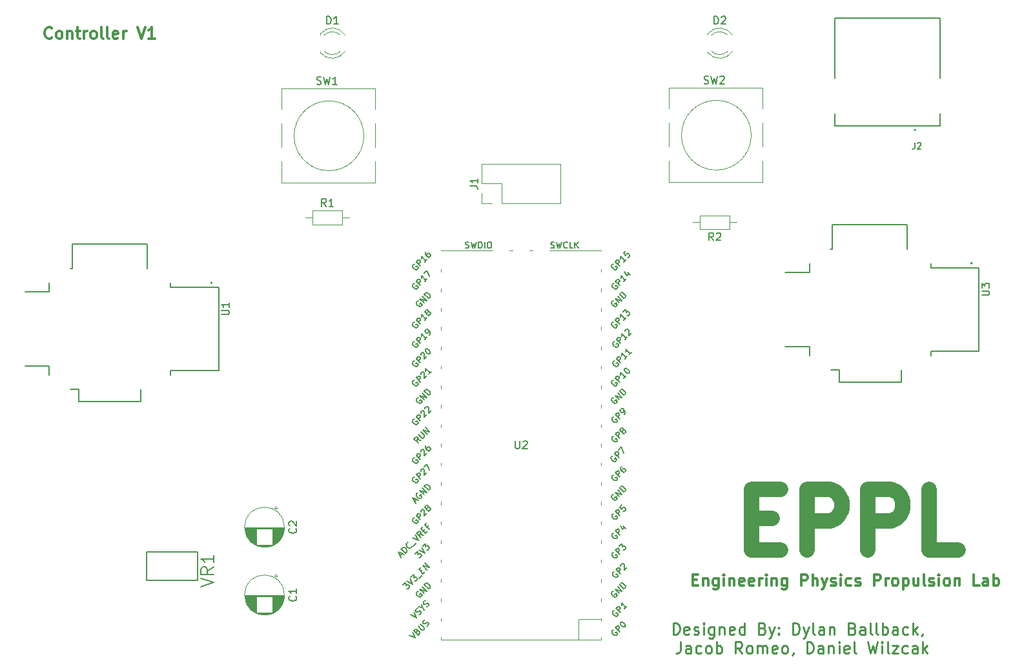
<source format=gbr>
%TF.GenerationSoftware,KiCad,Pcbnew,(5.1.10-1-10_14)*%
%TF.CreationDate,2021-09-27T13:25:11-04:00*%
%TF.ProjectId,Controller_V1,436f6e74-726f-46c6-9c65-725f56312e6b,rev?*%
%TF.SameCoordinates,Original*%
%TF.FileFunction,Legend,Top*%
%TF.FilePolarity,Positive*%
%FSLAX46Y46*%
G04 Gerber Fmt 4.6, Leading zero omitted, Abs format (unit mm)*
G04 Created by KiCad (PCBNEW (5.1.10-1-10_14)) date 2021-09-27 13:25:11*
%MOMM*%
%LPD*%
G01*
G04 APERTURE LIST*
%ADD10C,0.300000*%
%ADD11C,2.000000*%
%ADD12C,0.250000*%
%ADD13C,0.120000*%
%ADD14C,0.200000*%
%ADD15C,0.152400*%
%ADD16C,0.127000*%
%ADD17C,0.150000*%
G04 APERTURE END LIST*
D10*
X113094285Y-55145714D02*
X113022857Y-55217142D01*
X112808571Y-55288571D01*
X112665714Y-55288571D01*
X112451428Y-55217142D01*
X112308571Y-55074285D01*
X112237142Y-54931428D01*
X112165714Y-54645714D01*
X112165714Y-54431428D01*
X112237142Y-54145714D01*
X112308571Y-54002857D01*
X112451428Y-53860000D01*
X112665714Y-53788571D01*
X112808571Y-53788571D01*
X113022857Y-53860000D01*
X113094285Y-53931428D01*
X113951428Y-55288571D02*
X113808571Y-55217142D01*
X113737142Y-55145714D01*
X113665714Y-55002857D01*
X113665714Y-54574285D01*
X113737142Y-54431428D01*
X113808571Y-54360000D01*
X113951428Y-54288571D01*
X114165714Y-54288571D01*
X114308571Y-54360000D01*
X114380000Y-54431428D01*
X114451428Y-54574285D01*
X114451428Y-55002857D01*
X114380000Y-55145714D01*
X114308571Y-55217142D01*
X114165714Y-55288571D01*
X113951428Y-55288571D01*
X115094285Y-54288571D02*
X115094285Y-55288571D01*
X115094285Y-54431428D02*
X115165714Y-54360000D01*
X115308571Y-54288571D01*
X115522857Y-54288571D01*
X115665714Y-54360000D01*
X115737142Y-54502857D01*
X115737142Y-55288571D01*
X116237142Y-54288571D02*
X116808571Y-54288571D01*
X116451428Y-53788571D02*
X116451428Y-55074285D01*
X116522857Y-55217142D01*
X116665714Y-55288571D01*
X116808571Y-55288571D01*
X117308571Y-55288571D02*
X117308571Y-54288571D01*
X117308571Y-54574285D02*
X117380000Y-54431428D01*
X117451428Y-54360000D01*
X117594285Y-54288571D01*
X117737142Y-54288571D01*
X118451428Y-55288571D02*
X118308571Y-55217142D01*
X118237142Y-55145714D01*
X118165714Y-55002857D01*
X118165714Y-54574285D01*
X118237142Y-54431428D01*
X118308571Y-54360000D01*
X118451428Y-54288571D01*
X118665714Y-54288571D01*
X118808571Y-54360000D01*
X118880000Y-54431428D01*
X118951428Y-54574285D01*
X118951428Y-55002857D01*
X118880000Y-55145714D01*
X118808571Y-55217142D01*
X118665714Y-55288571D01*
X118451428Y-55288571D01*
X119808571Y-55288571D02*
X119665714Y-55217142D01*
X119594285Y-55074285D01*
X119594285Y-53788571D01*
X120594285Y-55288571D02*
X120451428Y-55217142D01*
X120380000Y-55074285D01*
X120380000Y-53788571D01*
X121737142Y-55217142D02*
X121594285Y-55288571D01*
X121308571Y-55288571D01*
X121165714Y-55217142D01*
X121094285Y-55074285D01*
X121094285Y-54502857D01*
X121165714Y-54360000D01*
X121308571Y-54288571D01*
X121594285Y-54288571D01*
X121737142Y-54360000D01*
X121808571Y-54502857D01*
X121808571Y-54645714D01*
X121094285Y-54788571D01*
X122451428Y-55288571D02*
X122451428Y-54288571D01*
X122451428Y-54574285D02*
X122522857Y-54431428D01*
X122594285Y-54360000D01*
X122737142Y-54288571D01*
X122880000Y-54288571D01*
X124308571Y-53788571D02*
X124808571Y-55288571D01*
X125308571Y-53788571D01*
X126594285Y-55288571D02*
X125737142Y-55288571D01*
X126165714Y-55288571D02*
X126165714Y-53788571D01*
X126022857Y-54002857D01*
X125880000Y-54145714D01*
X125737142Y-54217142D01*
X197134285Y-126257857D02*
X197634285Y-126257857D01*
X197848571Y-127043571D02*
X197134285Y-127043571D01*
X197134285Y-125543571D01*
X197848571Y-125543571D01*
X198491428Y-126043571D02*
X198491428Y-127043571D01*
X198491428Y-126186428D02*
X198562857Y-126115000D01*
X198705714Y-126043571D01*
X198920000Y-126043571D01*
X199062857Y-126115000D01*
X199134285Y-126257857D01*
X199134285Y-127043571D01*
X200491428Y-126043571D02*
X200491428Y-127257857D01*
X200420000Y-127400714D01*
X200348571Y-127472142D01*
X200205714Y-127543571D01*
X199991428Y-127543571D01*
X199848571Y-127472142D01*
X200491428Y-126972142D02*
X200348571Y-127043571D01*
X200062857Y-127043571D01*
X199920000Y-126972142D01*
X199848571Y-126900714D01*
X199777142Y-126757857D01*
X199777142Y-126329285D01*
X199848571Y-126186428D01*
X199920000Y-126115000D01*
X200062857Y-126043571D01*
X200348571Y-126043571D01*
X200491428Y-126115000D01*
X201205714Y-127043571D02*
X201205714Y-126043571D01*
X201205714Y-125543571D02*
X201134285Y-125615000D01*
X201205714Y-125686428D01*
X201277142Y-125615000D01*
X201205714Y-125543571D01*
X201205714Y-125686428D01*
X201920000Y-126043571D02*
X201920000Y-127043571D01*
X201920000Y-126186428D02*
X201991428Y-126115000D01*
X202134285Y-126043571D01*
X202348571Y-126043571D01*
X202491428Y-126115000D01*
X202562857Y-126257857D01*
X202562857Y-127043571D01*
X203848571Y-126972142D02*
X203705714Y-127043571D01*
X203420000Y-127043571D01*
X203277142Y-126972142D01*
X203205714Y-126829285D01*
X203205714Y-126257857D01*
X203277142Y-126115000D01*
X203420000Y-126043571D01*
X203705714Y-126043571D01*
X203848571Y-126115000D01*
X203920000Y-126257857D01*
X203920000Y-126400714D01*
X203205714Y-126543571D01*
X205134285Y-126972142D02*
X204991428Y-127043571D01*
X204705714Y-127043571D01*
X204562857Y-126972142D01*
X204491428Y-126829285D01*
X204491428Y-126257857D01*
X204562857Y-126115000D01*
X204705714Y-126043571D01*
X204991428Y-126043571D01*
X205134285Y-126115000D01*
X205205714Y-126257857D01*
X205205714Y-126400714D01*
X204491428Y-126543571D01*
X205848571Y-127043571D02*
X205848571Y-126043571D01*
X205848571Y-126329285D02*
X205920000Y-126186428D01*
X205991428Y-126115000D01*
X206134285Y-126043571D01*
X206277142Y-126043571D01*
X206777142Y-127043571D02*
X206777142Y-126043571D01*
X206777142Y-125543571D02*
X206705714Y-125615000D01*
X206777142Y-125686428D01*
X206848571Y-125615000D01*
X206777142Y-125543571D01*
X206777142Y-125686428D01*
X207491428Y-126043571D02*
X207491428Y-127043571D01*
X207491428Y-126186428D02*
X207562857Y-126115000D01*
X207705714Y-126043571D01*
X207920000Y-126043571D01*
X208062857Y-126115000D01*
X208134285Y-126257857D01*
X208134285Y-127043571D01*
X209491428Y-126043571D02*
X209491428Y-127257857D01*
X209420000Y-127400714D01*
X209348571Y-127472142D01*
X209205714Y-127543571D01*
X208991428Y-127543571D01*
X208848571Y-127472142D01*
X209491428Y-126972142D02*
X209348571Y-127043571D01*
X209062857Y-127043571D01*
X208920000Y-126972142D01*
X208848571Y-126900714D01*
X208777142Y-126757857D01*
X208777142Y-126329285D01*
X208848571Y-126186428D01*
X208920000Y-126115000D01*
X209062857Y-126043571D01*
X209348571Y-126043571D01*
X209491428Y-126115000D01*
X211348571Y-127043571D02*
X211348571Y-125543571D01*
X211920000Y-125543571D01*
X212062857Y-125615000D01*
X212134285Y-125686428D01*
X212205714Y-125829285D01*
X212205714Y-126043571D01*
X212134285Y-126186428D01*
X212062857Y-126257857D01*
X211920000Y-126329285D01*
X211348571Y-126329285D01*
X212848571Y-127043571D02*
X212848571Y-125543571D01*
X213491428Y-127043571D02*
X213491428Y-126257857D01*
X213420000Y-126115000D01*
X213277142Y-126043571D01*
X213062857Y-126043571D01*
X212920000Y-126115000D01*
X212848571Y-126186428D01*
X214062857Y-126043571D02*
X214420000Y-127043571D01*
X214777142Y-126043571D02*
X214420000Y-127043571D01*
X214277142Y-127400714D01*
X214205714Y-127472142D01*
X214062857Y-127543571D01*
X215277142Y-126972142D02*
X215420000Y-127043571D01*
X215705714Y-127043571D01*
X215848571Y-126972142D01*
X215920000Y-126829285D01*
X215920000Y-126757857D01*
X215848571Y-126615000D01*
X215705714Y-126543571D01*
X215491428Y-126543571D01*
X215348571Y-126472142D01*
X215277142Y-126329285D01*
X215277142Y-126257857D01*
X215348571Y-126115000D01*
X215491428Y-126043571D01*
X215705714Y-126043571D01*
X215848571Y-126115000D01*
X216562857Y-127043571D02*
X216562857Y-126043571D01*
X216562857Y-125543571D02*
X216491428Y-125615000D01*
X216562857Y-125686428D01*
X216634285Y-125615000D01*
X216562857Y-125543571D01*
X216562857Y-125686428D01*
X217920000Y-126972142D02*
X217777142Y-127043571D01*
X217491428Y-127043571D01*
X217348571Y-126972142D01*
X217277142Y-126900714D01*
X217205714Y-126757857D01*
X217205714Y-126329285D01*
X217277142Y-126186428D01*
X217348571Y-126115000D01*
X217491428Y-126043571D01*
X217777142Y-126043571D01*
X217920000Y-126115000D01*
X218491428Y-126972142D02*
X218634285Y-127043571D01*
X218920000Y-127043571D01*
X219062857Y-126972142D01*
X219134285Y-126829285D01*
X219134285Y-126757857D01*
X219062857Y-126615000D01*
X218920000Y-126543571D01*
X218705714Y-126543571D01*
X218562857Y-126472142D01*
X218491428Y-126329285D01*
X218491428Y-126257857D01*
X218562857Y-126115000D01*
X218705714Y-126043571D01*
X218920000Y-126043571D01*
X219062857Y-126115000D01*
X220920000Y-127043571D02*
X220920000Y-125543571D01*
X221491428Y-125543571D01*
X221634285Y-125615000D01*
X221705714Y-125686428D01*
X221777142Y-125829285D01*
X221777142Y-126043571D01*
X221705714Y-126186428D01*
X221634285Y-126257857D01*
X221491428Y-126329285D01*
X220920000Y-126329285D01*
X222420000Y-127043571D02*
X222420000Y-126043571D01*
X222420000Y-126329285D02*
X222491428Y-126186428D01*
X222562857Y-126115000D01*
X222705714Y-126043571D01*
X222848571Y-126043571D01*
X223562857Y-127043571D02*
X223420000Y-126972142D01*
X223348571Y-126900714D01*
X223277142Y-126757857D01*
X223277142Y-126329285D01*
X223348571Y-126186428D01*
X223420000Y-126115000D01*
X223562857Y-126043571D01*
X223777142Y-126043571D01*
X223920000Y-126115000D01*
X223991428Y-126186428D01*
X224062857Y-126329285D01*
X224062857Y-126757857D01*
X223991428Y-126900714D01*
X223920000Y-126972142D01*
X223777142Y-127043571D01*
X223562857Y-127043571D01*
X224705714Y-126043571D02*
X224705714Y-127543571D01*
X224705714Y-126115000D02*
X224848571Y-126043571D01*
X225134285Y-126043571D01*
X225277142Y-126115000D01*
X225348571Y-126186428D01*
X225420000Y-126329285D01*
X225420000Y-126757857D01*
X225348571Y-126900714D01*
X225277142Y-126972142D01*
X225134285Y-127043571D01*
X224848571Y-127043571D01*
X224705714Y-126972142D01*
X226705714Y-126043571D02*
X226705714Y-127043571D01*
X226062857Y-126043571D02*
X226062857Y-126829285D01*
X226134285Y-126972142D01*
X226277142Y-127043571D01*
X226491428Y-127043571D01*
X226634285Y-126972142D01*
X226705714Y-126900714D01*
X227634285Y-127043571D02*
X227491428Y-126972142D01*
X227420000Y-126829285D01*
X227420000Y-125543571D01*
X228134285Y-126972142D02*
X228277142Y-127043571D01*
X228562857Y-127043571D01*
X228705714Y-126972142D01*
X228777142Y-126829285D01*
X228777142Y-126757857D01*
X228705714Y-126615000D01*
X228562857Y-126543571D01*
X228348571Y-126543571D01*
X228205714Y-126472142D01*
X228134285Y-126329285D01*
X228134285Y-126257857D01*
X228205714Y-126115000D01*
X228348571Y-126043571D01*
X228562857Y-126043571D01*
X228705714Y-126115000D01*
X229420000Y-127043571D02*
X229420000Y-126043571D01*
X229420000Y-125543571D02*
X229348571Y-125615000D01*
X229420000Y-125686428D01*
X229491428Y-125615000D01*
X229420000Y-125543571D01*
X229420000Y-125686428D01*
X230348571Y-127043571D02*
X230205714Y-126972142D01*
X230134285Y-126900714D01*
X230062857Y-126757857D01*
X230062857Y-126329285D01*
X230134285Y-126186428D01*
X230205714Y-126115000D01*
X230348571Y-126043571D01*
X230562857Y-126043571D01*
X230705714Y-126115000D01*
X230777142Y-126186428D01*
X230848571Y-126329285D01*
X230848571Y-126757857D01*
X230777142Y-126900714D01*
X230705714Y-126972142D01*
X230562857Y-127043571D01*
X230348571Y-127043571D01*
X231491428Y-126043571D02*
X231491428Y-127043571D01*
X231491428Y-126186428D02*
X231562857Y-126115000D01*
X231705714Y-126043571D01*
X231920000Y-126043571D01*
X232062857Y-126115000D01*
X232134285Y-126257857D01*
X232134285Y-127043571D01*
X234705714Y-127043571D02*
X233991428Y-127043571D01*
X233991428Y-125543571D01*
X235848571Y-127043571D02*
X235848571Y-126257857D01*
X235777142Y-126115000D01*
X235634285Y-126043571D01*
X235348571Y-126043571D01*
X235205714Y-126115000D01*
X235848571Y-126972142D02*
X235705714Y-127043571D01*
X235348571Y-127043571D01*
X235205714Y-126972142D01*
X235134285Y-126829285D01*
X235134285Y-126686428D01*
X235205714Y-126543571D01*
X235348571Y-126472142D01*
X235705714Y-126472142D01*
X235848571Y-126400714D01*
X236562857Y-127043571D02*
X236562857Y-125543571D01*
X236562857Y-126115000D02*
X236705714Y-126043571D01*
X236991428Y-126043571D01*
X237134285Y-126115000D01*
X237205714Y-126186428D01*
X237277142Y-126329285D01*
X237277142Y-126757857D01*
X237205714Y-126900714D01*
X237134285Y-126972142D01*
X236991428Y-127043571D01*
X236705714Y-127043571D01*
X236562857Y-126972142D01*
D11*
X204852619Y-118173571D02*
X207519285Y-118173571D01*
X208662142Y-122364047D02*
X204852619Y-122364047D01*
X204852619Y-114364047D01*
X208662142Y-114364047D01*
X212090714Y-122364047D02*
X212090714Y-114364047D01*
X215138333Y-114364047D01*
X215900238Y-114745000D01*
X216281190Y-115125952D01*
X216662142Y-115887857D01*
X216662142Y-117030714D01*
X216281190Y-117792619D01*
X215900238Y-118173571D01*
X215138333Y-118554523D01*
X212090714Y-118554523D01*
X220090714Y-122364047D02*
X220090714Y-114364047D01*
X223138333Y-114364047D01*
X223900238Y-114745000D01*
X224281190Y-115125952D01*
X224662142Y-115887857D01*
X224662142Y-117030714D01*
X224281190Y-117792619D01*
X223900238Y-118173571D01*
X223138333Y-118554523D01*
X220090714Y-118554523D01*
X231900238Y-122364047D02*
X228090714Y-122364047D01*
X228090714Y-114364047D01*
D12*
X194562142Y-133413571D02*
X194562142Y-131913571D01*
X194919285Y-131913571D01*
X195133571Y-131985000D01*
X195276428Y-132127857D01*
X195347857Y-132270714D01*
X195419285Y-132556428D01*
X195419285Y-132770714D01*
X195347857Y-133056428D01*
X195276428Y-133199285D01*
X195133571Y-133342142D01*
X194919285Y-133413571D01*
X194562142Y-133413571D01*
X196633571Y-133342142D02*
X196490714Y-133413571D01*
X196205000Y-133413571D01*
X196062142Y-133342142D01*
X195990714Y-133199285D01*
X195990714Y-132627857D01*
X196062142Y-132485000D01*
X196205000Y-132413571D01*
X196490714Y-132413571D01*
X196633571Y-132485000D01*
X196705000Y-132627857D01*
X196705000Y-132770714D01*
X195990714Y-132913571D01*
X197276428Y-133342142D02*
X197419285Y-133413571D01*
X197705000Y-133413571D01*
X197847857Y-133342142D01*
X197919285Y-133199285D01*
X197919285Y-133127857D01*
X197847857Y-132985000D01*
X197705000Y-132913571D01*
X197490714Y-132913571D01*
X197347857Y-132842142D01*
X197276428Y-132699285D01*
X197276428Y-132627857D01*
X197347857Y-132485000D01*
X197490714Y-132413571D01*
X197705000Y-132413571D01*
X197847857Y-132485000D01*
X198562142Y-133413571D02*
X198562142Y-132413571D01*
X198562142Y-131913571D02*
X198490714Y-131985000D01*
X198562142Y-132056428D01*
X198633571Y-131985000D01*
X198562142Y-131913571D01*
X198562142Y-132056428D01*
X199919285Y-132413571D02*
X199919285Y-133627857D01*
X199847857Y-133770714D01*
X199776428Y-133842142D01*
X199633571Y-133913571D01*
X199419285Y-133913571D01*
X199276428Y-133842142D01*
X199919285Y-133342142D02*
X199776428Y-133413571D01*
X199490714Y-133413571D01*
X199347857Y-133342142D01*
X199276428Y-133270714D01*
X199205000Y-133127857D01*
X199205000Y-132699285D01*
X199276428Y-132556428D01*
X199347857Y-132485000D01*
X199490714Y-132413571D01*
X199776428Y-132413571D01*
X199919285Y-132485000D01*
X200633571Y-132413571D02*
X200633571Y-133413571D01*
X200633571Y-132556428D02*
X200705000Y-132485000D01*
X200847857Y-132413571D01*
X201062142Y-132413571D01*
X201205000Y-132485000D01*
X201276428Y-132627857D01*
X201276428Y-133413571D01*
X202562142Y-133342142D02*
X202419285Y-133413571D01*
X202133571Y-133413571D01*
X201990714Y-133342142D01*
X201919285Y-133199285D01*
X201919285Y-132627857D01*
X201990714Y-132485000D01*
X202133571Y-132413571D01*
X202419285Y-132413571D01*
X202562142Y-132485000D01*
X202633571Y-132627857D01*
X202633571Y-132770714D01*
X201919285Y-132913571D01*
X203919285Y-133413571D02*
X203919285Y-131913571D01*
X203919285Y-133342142D02*
X203776428Y-133413571D01*
X203490714Y-133413571D01*
X203347857Y-133342142D01*
X203276428Y-133270714D01*
X203205000Y-133127857D01*
X203205000Y-132699285D01*
X203276428Y-132556428D01*
X203347857Y-132485000D01*
X203490714Y-132413571D01*
X203776428Y-132413571D01*
X203919285Y-132485000D01*
X206276428Y-132627857D02*
X206490714Y-132699285D01*
X206562142Y-132770714D01*
X206633571Y-132913571D01*
X206633571Y-133127857D01*
X206562142Y-133270714D01*
X206490714Y-133342142D01*
X206347857Y-133413571D01*
X205776428Y-133413571D01*
X205776428Y-131913571D01*
X206276428Y-131913571D01*
X206419285Y-131985000D01*
X206490714Y-132056428D01*
X206562142Y-132199285D01*
X206562142Y-132342142D01*
X206490714Y-132485000D01*
X206419285Y-132556428D01*
X206276428Y-132627857D01*
X205776428Y-132627857D01*
X207133571Y-132413571D02*
X207490714Y-133413571D01*
X207847857Y-132413571D02*
X207490714Y-133413571D01*
X207347857Y-133770714D01*
X207276428Y-133842142D01*
X207133571Y-133913571D01*
X208419285Y-133270714D02*
X208490714Y-133342142D01*
X208419285Y-133413571D01*
X208347857Y-133342142D01*
X208419285Y-133270714D01*
X208419285Y-133413571D01*
X208419285Y-132485000D02*
X208490714Y-132556428D01*
X208419285Y-132627857D01*
X208347857Y-132556428D01*
X208419285Y-132485000D01*
X208419285Y-132627857D01*
X210276428Y-133413571D02*
X210276428Y-131913571D01*
X210633571Y-131913571D01*
X210847857Y-131985000D01*
X210990714Y-132127857D01*
X211062142Y-132270714D01*
X211133571Y-132556428D01*
X211133571Y-132770714D01*
X211062142Y-133056428D01*
X210990714Y-133199285D01*
X210847857Y-133342142D01*
X210633571Y-133413571D01*
X210276428Y-133413571D01*
X211633571Y-132413571D02*
X211990714Y-133413571D01*
X212347857Y-132413571D02*
X211990714Y-133413571D01*
X211847857Y-133770714D01*
X211776428Y-133842142D01*
X211633571Y-133913571D01*
X213133571Y-133413571D02*
X212990714Y-133342142D01*
X212919285Y-133199285D01*
X212919285Y-131913571D01*
X214347857Y-133413571D02*
X214347857Y-132627857D01*
X214276428Y-132485000D01*
X214133571Y-132413571D01*
X213847857Y-132413571D01*
X213705000Y-132485000D01*
X214347857Y-133342142D02*
X214205000Y-133413571D01*
X213847857Y-133413571D01*
X213705000Y-133342142D01*
X213633571Y-133199285D01*
X213633571Y-133056428D01*
X213705000Y-132913571D01*
X213847857Y-132842142D01*
X214205000Y-132842142D01*
X214347857Y-132770714D01*
X215062142Y-132413571D02*
X215062142Y-133413571D01*
X215062142Y-132556428D02*
X215133571Y-132485000D01*
X215276428Y-132413571D01*
X215490714Y-132413571D01*
X215633571Y-132485000D01*
X215705000Y-132627857D01*
X215705000Y-133413571D01*
X218062142Y-132627857D02*
X218276428Y-132699285D01*
X218347857Y-132770714D01*
X218419285Y-132913571D01*
X218419285Y-133127857D01*
X218347857Y-133270714D01*
X218276428Y-133342142D01*
X218133571Y-133413571D01*
X217562142Y-133413571D01*
X217562142Y-131913571D01*
X218062142Y-131913571D01*
X218205000Y-131985000D01*
X218276428Y-132056428D01*
X218347857Y-132199285D01*
X218347857Y-132342142D01*
X218276428Y-132485000D01*
X218205000Y-132556428D01*
X218062142Y-132627857D01*
X217562142Y-132627857D01*
X219705000Y-133413571D02*
X219705000Y-132627857D01*
X219633571Y-132485000D01*
X219490714Y-132413571D01*
X219205000Y-132413571D01*
X219062142Y-132485000D01*
X219705000Y-133342142D02*
X219562142Y-133413571D01*
X219205000Y-133413571D01*
X219062142Y-133342142D01*
X218990714Y-133199285D01*
X218990714Y-133056428D01*
X219062142Y-132913571D01*
X219205000Y-132842142D01*
X219562142Y-132842142D01*
X219705000Y-132770714D01*
X220633571Y-133413571D02*
X220490714Y-133342142D01*
X220419285Y-133199285D01*
X220419285Y-131913571D01*
X221419285Y-133413571D02*
X221276428Y-133342142D01*
X221205000Y-133199285D01*
X221205000Y-131913571D01*
X221990714Y-133413571D02*
X221990714Y-131913571D01*
X221990714Y-132485000D02*
X222133571Y-132413571D01*
X222419285Y-132413571D01*
X222562142Y-132485000D01*
X222633571Y-132556428D01*
X222705000Y-132699285D01*
X222705000Y-133127857D01*
X222633571Y-133270714D01*
X222562142Y-133342142D01*
X222419285Y-133413571D01*
X222133571Y-133413571D01*
X221990714Y-133342142D01*
X223990714Y-133413571D02*
X223990714Y-132627857D01*
X223919285Y-132485000D01*
X223776428Y-132413571D01*
X223490714Y-132413571D01*
X223347857Y-132485000D01*
X223990714Y-133342142D02*
X223847857Y-133413571D01*
X223490714Y-133413571D01*
X223347857Y-133342142D01*
X223276428Y-133199285D01*
X223276428Y-133056428D01*
X223347857Y-132913571D01*
X223490714Y-132842142D01*
X223847857Y-132842142D01*
X223990714Y-132770714D01*
X225347857Y-133342142D02*
X225205000Y-133413571D01*
X224919285Y-133413571D01*
X224776428Y-133342142D01*
X224705000Y-133270714D01*
X224633571Y-133127857D01*
X224633571Y-132699285D01*
X224705000Y-132556428D01*
X224776428Y-132485000D01*
X224919285Y-132413571D01*
X225205000Y-132413571D01*
X225347857Y-132485000D01*
X225990714Y-133413571D02*
X225990714Y-131913571D01*
X226133571Y-132842142D02*
X226562142Y-133413571D01*
X226562142Y-132413571D02*
X225990714Y-132985000D01*
X227276428Y-133342142D02*
X227276428Y-133413571D01*
X227205000Y-133556428D01*
X227133571Y-133627857D01*
X195526428Y-134413571D02*
X195526428Y-135485000D01*
X195454999Y-135699285D01*
X195312142Y-135842142D01*
X195097857Y-135913571D01*
X194954999Y-135913571D01*
X196883571Y-135913571D02*
X196883571Y-135127857D01*
X196812142Y-134985000D01*
X196669285Y-134913571D01*
X196383571Y-134913571D01*
X196240714Y-134985000D01*
X196883571Y-135842142D02*
X196740714Y-135913571D01*
X196383571Y-135913571D01*
X196240714Y-135842142D01*
X196169285Y-135699285D01*
X196169285Y-135556428D01*
X196240714Y-135413571D01*
X196383571Y-135342142D01*
X196740714Y-135342142D01*
X196883571Y-135270714D01*
X198240714Y-135842142D02*
X198097857Y-135913571D01*
X197812142Y-135913571D01*
X197669285Y-135842142D01*
X197597857Y-135770714D01*
X197526428Y-135627857D01*
X197526428Y-135199285D01*
X197597857Y-135056428D01*
X197669285Y-134985000D01*
X197812142Y-134913571D01*
X198097857Y-134913571D01*
X198240714Y-134985000D01*
X199097857Y-135913571D02*
X198954999Y-135842142D01*
X198883571Y-135770714D01*
X198812142Y-135627857D01*
X198812142Y-135199285D01*
X198883571Y-135056428D01*
X198954999Y-134985000D01*
X199097857Y-134913571D01*
X199312142Y-134913571D01*
X199454999Y-134985000D01*
X199526428Y-135056428D01*
X199597857Y-135199285D01*
X199597857Y-135627857D01*
X199526428Y-135770714D01*
X199454999Y-135842142D01*
X199312142Y-135913571D01*
X199097857Y-135913571D01*
X200240714Y-135913571D02*
X200240714Y-134413571D01*
X200240714Y-134985000D02*
X200383571Y-134913571D01*
X200669285Y-134913571D01*
X200812142Y-134985000D01*
X200883571Y-135056428D01*
X200954999Y-135199285D01*
X200954999Y-135627857D01*
X200883571Y-135770714D01*
X200812142Y-135842142D01*
X200669285Y-135913571D01*
X200383571Y-135913571D01*
X200240714Y-135842142D01*
X203597857Y-135913571D02*
X203097857Y-135199285D01*
X202740714Y-135913571D02*
X202740714Y-134413571D01*
X203312142Y-134413571D01*
X203454999Y-134485000D01*
X203526428Y-134556428D01*
X203597857Y-134699285D01*
X203597857Y-134913571D01*
X203526428Y-135056428D01*
X203454999Y-135127857D01*
X203312142Y-135199285D01*
X202740714Y-135199285D01*
X204454999Y-135913571D02*
X204312142Y-135842142D01*
X204240714Y-135770714D01*
X204169285Y-135627857D01*
X204169285Y-135199285D01*
X204240714Y-135056428D01*
X204312142Y-134985000D01*
X204454999Y-134913571D01*
X204669285Y-134913571D01*
X204812142Y-134985000D01*
X204883571Y-135056428D01*
X204954999Y-135199285D01*
X204954999Y-135627857D01*
X204883571Y-135770714D01*
X204812142Y-135842142D01*
X204669285Y-135913571D01*
X204454999Y-135913571D01*
X205597857Y-135913571D02*
X205597857Y-134913571D01*
X205597857Y-135056428D02*
X205669285Y-134985000D01*
X205812142Y-134913571D01*
X206026428Y-134913571D01*
X206169285Y-134985000D01*
X206240714Y-135127857D01*
X206240714Y-135913571D01*
X206240714Y-135127857D02*
X206312142Y-134985000D01*
X206454999Y-134913571D01*
X206669285Y-134913571D01*
X206812142Y-134985000D01*
X206883571Y-135127857D01*
X206883571Y-135913571D01*
X208169285Y-135842142D02*
X208026428Y-135913571D01*
X207740714Y-135913571D01*
X207597857Y-135842142D01*
X207526428Y-135699285D01*
X207526428Y-135127857D01*
X207597857Y-134985000D01*
X207740714Y-134913571D01*
X208026428Y-134913571D01*
X208169285Y-134985000D01*
X208240714Y-135127857D01*
X208240714Y-135270714D01*
X207526428Y-135413571D01*
X209097857Y-135913571D02*
X208954999Y-135842142D01*
X208883571Y-135770714D01*
X208812142Y-135627857D01*
X208812142Y-135199285D01*
X208883571Y-135056428D01*
X208954999Y-134985000D01*
X209097857Y-134913571D01*
X209312142Y-134913571D01*
X209454999Y-134985000D01*
X209526428Y-135056428D01*
X209597857Y-135199285D01*
X209597857Y-135627857D01*
X209526428Y-135770714D01*
X209454999Y-135842142D01*
X209312142Y-135913571D01*
X209097857Y-135913571D01*
X210312142Y-135842142D02*
X210312142Y-135913571D01*
X210240714Y-136056428D01*
X210169285Y-136127857D01*
X212097857Y-135913571D02*
X212097857Y-134413571D01*
X212454999Y-134413571D01*
X212669285Y-134485000D01*
X212812142Y-134627857D01*
X212883571Y-134770714D01*
X212954999Y-135056428D01*
X212954999Y-135270714D01*
X212883571Y-135556428D01*
X212812142Y-135699285D01*
X212669285Y-135842142D01*
X212454999Y-135913571D01*
X212097857Y-135913571D01*
X214240714Y-135913571D02*
X214240714Y-135127857D01*
X214169285Y-134985000D01*
X214026428Y-134913571D01*
X213740714Y-134913571D01*
X213597857Y-134985000D01*
X214240714Y-135842142D02*
X214097857Y-135913571D01*
X213740714Y-135913571D01*
X213597857Y-135842142D01*
X213526428Y-135699285D01*
X213526428Y-135556428D01*
X213597857Y-135413571D01*
X213740714Y-135342142D01*
X214097857Y-135342142D01*
X214240714Y-135270714D01*
X214954999Y-134913571D02*
X214954999Y-135913571D01*
X214954999Y-135056428D02*
X215026428Y-134985000D01*
X215169285Y-134913571D01*
X215383571Y-134913571D01*
X215526428Y-134985000D01*
X215597857Y-135127857D01*
X215597857Y-135913571D01*
X216312142Y-135913571D02*
X216312142Y-134913571D01*
X216312142Y-134413571D02*
X216240714Y-134485000D01*
X216312142Y-134556428D01*
X216383571Y-134485000D01*
X216312142Y-134413571D01*
X216312142Y-134556428D01*
X217597857Y-135842142D02*
X217454999Y-135913571D01*
X217169285Y-135913571D01*
X217026428Y-135842142D01*
X216954999Y-135699285D01*
X216954999Y-135127857D01*
X217026428Y-134985000D01*
X217169285Y-134913571D01*
X217454999Y-134913571D01*
X217597857Y-134985000D01*
X217669285Y-135127857D01*
X217669285Y-135270714D01*
X216954999Y-135413571D01*
X218526428Y-135913571D02*
X218383571Y-135842142D01*
X218312142Y-135699285D01*
X218312142Y-134413571D01*
X220097857Y-134413571D02*
X220454999Y-135913571D01*
X220740714Y-134842142D01*
X221026428Y-135913571D01*
X221383571Y-134413571D01*
X221954999Y-135913571D02*
X221954999Y-134913571D01*
X221954999Y-134413571D02*
X221883571Y-134485000D01*
X221954999Y-134556428D01*
X222026428Y-134485000D01*
X221954999Y-134413571D01*
X221954999Y-134556428D01*
X222883571Y-135913571D02*
X222740714Y-135842142D01*
X222669285Y-135699285D01*
X222669285Y-134413571D01*
X223312142Y-134913571D02*
X224097857Y-134913571D01*
X223312142Y-135913571D01*
X224097857Y-135913571D01*
X225312142Y-135842142D02*
X225169285Y-135913571D01*
X224883571Y-135913571D01*
X224740714Y-135842142D01*
X224669285Y-135770714D01*
X224597857Y-135627857D01*
X224597857Y-135199285D01*
X224669285Y-135056428D01*
X224740714Y-134985000D01*
X224883571Y-134913571D01*
X225169285Y-134913571D01*
X225312142Y-134985000D01*
X226597857Y-135913571D02*
X226597857Y-135127857D01*
X226526428Y-134985000D01*
X226383571Y-134913571D01*
X226097857Y-134913571D01*
X225954999Y-134985000D01*
X226597857Y-135842142D02*
X226454999Y-135913571D01*
X226097857Y-135913571D01*
X225954999Y-135842142D01*
X225883571Y-135699285D01*
X225883571Y-135556428D01*
X225954999Y-135413571D01*
X226097857Y-135342142D01*
X226454999Y-135342142D01*
X226597857Y-135270714D01*
X227312142Y-135913571D02*
X227312142Y-134413571D01*
X227454999Y-135342142D02*
X227883571Y-135913571D01*
X227883571Y-134913571D02*
X227312142Y-135485000D01*
D13*
%TO.C,SW2*%
X193975000Y-61755000D02*
X206275000Y-61755000D01*
X206275000Y-66335000D02*
X206275000Y-69475000D01*
X206275000Y-74055000D02*
X193975000Y-74055000D01*
X193975000Y-64475000D02*
X193975000Y-61755000D01*
X204804050Y-67945000D02*
G75*
G03*
X204804050Y-67945000I-4579050J0D01*
G01*
X193975000Y-74055000D02*
X193975000Y-71335000D01*
X193975000Y-69475000D02*
X193975000Y-66335000D01*
X206275000Y-71335000D02*
X206275000Y-74055000D01*
X206275000Y-61755000D02*
X206275000Y-64475000D01*
%TO.C,SW1*%
X143175000Y-61835000D02*
X155475000Y-61835000D01*
X155475000Y-66415000D02*
X155475000Y-69555000D01*
X155475000Y-74135000D02*
X143175000Y-74135000D01*
X143175000Y-64555000D02*
X143175000Y-61835000D01*
X154004050Y-68025000D02*
G75*
G03*
X154004050Y-68025000I-4579050J0D01*
G01*
X143175000Y-74135000D02*
X143175000Y-71415000D01*
X143175000Y-69555000D02*
X143175000Y-66415000D01*
X155475000Y-71415000D02*
X155475000Y-74135000D01*
X155475000Y-61835000D02*
X155475000Y-64555000D01*
%TO.C,R2*%
X201945000Y-80295000D02*
X201945000Y-78455000D01*
X201945000Y-78455000D02*
X198105000Y-78455000D01*
X198105000Y-78455000D02*
X198105000Y-80295000D01*
X198105000Y-80295000D02*
X201945000Y-80295000D01*
X202895000Y-79375000D02*
X201945000Y-79375000D01*
X197155000Y-79375000D02*
X198105000Y-79375000D01*
%TO.C,R1*%
X147305000Y-77820000D02*
X147305000Y-79660000D01*
X147305000Y-79660000D02*
X151145000Y-79660000D01*
X151145000Y-79660000D02*
X151145000Y-77820000D01*
X151145000Y-77820000D02*
X147305000Y-77820000D01*
X146355000Y-78740000D02*
X147305000Y-78740000D01*
X152095000Y-78740000D02*
X151145000Y-78740000D01*
D14*
%TO.C,J2*%
X226365000Y-67265000D02*
G75*
G03*
X226365000Y-67265000I-100000J0D01*
G01*
X215765000Y-66745000D02*
X229565000Y-66745000D01*
X229565000Y-52585000D02*
X215765000Y-52585000D01*
X229565000Y-66745000D02*
X229565000Y-65085000D01*
X229565000Y-60495000D02*
X229565000Y-52585000D01*
X215765000Y-66745000D02*
X215765000Y-65085000D01*
X215765000Y-60495000D02*
X215765000Y-52585000D01*
D13*
%TO.C,D2*%
X199100000Y-54644000D02*
X199100000Y-54800000D01*
X199100000Y-56960000D02*
X199100000Y-57116000D01*
X201701130Y-56959837D02*
G75*
G02*
X199619039Y-56960000I-1041130J1079837D01*
G01*
X201701130Y-54800163D02*
G75*
G03*
X199619039Y-54800000I-1041130J-1079837D01*
G01*
X202332335Y-56958608D02*
G75*
G02*
X199100000Y-57115516I-1672335J1078608D01*
G01*
X202332335Y-54801392D02*
G75*
G03*
X199100000Y-54644484I-1672335J-1078608D01*
G01*
%TO.C,D1*%
X148300000Y-54644000D02*
X148300000Y-54800000D01*
X148300000Y-56960000D02*
X148300000Y-57116000D01*
X150901130Y-56959837D02*
G75*
G02*
X148819039Y-56960000I-1041130J1079837D01*
G01*
X150901130Y-54800163D02*
G75*
G03*
X148819039Y-54800000I-1041130J-1079837D01*
G01*
X151532335Y-56958608D02*
G75*
G02*
X148300000Y-57115516I-1672335J1078608D01*
G01*
X151532335Y-54801392D02*
G75*
G03*
X148300000Y-54644484I-1672335J-1078608D01*
G01*
%TO.C,U2*%
X185125000Y-134085000D02*
X164125000Y-134085000D01*
X178325000Y-83085000D02*
X185125000Y-83085000D01*
X185125000Y-131418000D02*
X182118000Y-131418000D01*
X182118000Y-131418000D02*
X182118000Y-134085000D01*
X185125000Y-134085000D02*
X185125000Y-133785000D01*
X185125000Y-131685000D02*
X185125000Y-131285000D01*
X185125000Y-129085000D02*
X185125000Y-128685000D01*
X185125000Y-126585000D02*
X185125000Y-126185000D01*
X185125000Y-123985000D02*
X185125000Y-123585000D01*
X185125000Y-121485000D02*
X185125000Y-121085000D01*
X185125000Y-118985000D02*
X185125000Y-118585000D01*
X185125000Y-116385000D02*
X185125000Y-115985000D01*
X185125000Y-113885000D02*
X185125000Y-113485000D01*
X185125000Y-111285000D02*
X185125000Y-110885000D01*
X185125000Y-108785000D02*
X185125000Y-108385000D01*
X185125000Y-106285000D02*
X185125000Y-105885000D01*
X185125000Y-103685000D02*
X185125000Y-103285000D01*
X185125000Y-101185000D02*
X185125000Y-100785000D01*
X185125000Y-98585000D02*
X185125000Y-98185000D01*
X185125000Y-96085000D02*
X185125000Y-95685000D01*
X185125000Y-93485000D02*
X185125000Y-93085000D01*
X185125000Y-90985000D02*
X185125000Y-90585000D01*
X185125000Y-88485000D02*
X185125000Y-88085000D01*
X185125000Y-85885000D02*
X185125000Y-85485000D01*
X164125000Y-118985000D02*
X164125000Y-118585000D01*
X164125000Y-113885000D02*
X164125000Y-113485000D01*
X164125000Y-106285000D02*
X164125000Y-105885000D01*
X164125000Y-98585000D02*
X164125000Y-98185000D01*
X164125000Y-129085000D02*
X164125000Y-128685000D01*
X164125000Y-131685000D02*
X164125000Y-131285000D01*
X164125000Y-123985000D02*
X164125000Y-123585000D01*
X164125000Y-90985000D02*
X164125000Y-90585000D01*
X164125000Y-85885000D02*
X164125000Y-85485000D01*
X164125000Y-88485000D02*
X164125000Y-88085000D01*
X164125000Y-103685000D02*
X164125000Y-103285000D01*
X164125000Y-108785000D02*
X164125000Y-108385000D01*
X164125000Y-121485000D02*
X164125000Y-121085000D01*
X164125000Y-116385000D02*
X164125000Y-115985000D01*
X164125000Y-96085000D02*
X164125000Y-95685000D01*
X164125000Y-111285000D02*
X164125000Y-110885000D01*
X164125000Y-134085000D02*
X164125000Y-133785000D01*
X164125000Y-126585000D02*
X164125000Y-126185000D01*
X164125000Y-101185000D02*
X164125000Y-100785000D01*
X164125000Y-93485000D02*
X164125000Y-93085000D01*
X164125000Y-83085000D02*
X170925000Y-83085000D01*
X176125000Y-83085000D02*
X175725000Y-83085000D01*
X173525000Y-83085000D02*
X173125000Y-83085000D01*
D15*
%TO.C,VR1*%
X125526800Y-122605800D02*
X125526800Y-126314200D01*
X125526800Y-126314200D02*
X132232400Y-126314200D01*
X132232400Y-126314200D02*
X132232400Y-122605800D01*
X132232400Y-122605800D02*
X125526800Y-122605800D01*
D13*
%TO.C,C2*%
X143590000Y-119360000D02*
G75*
G03*
X143590000Y-119360000I-2620000J0D01*
G01*
X143550000Y-119360000D02*
X138390000Y-119360000D01*
X143550000Y-119400000D02*
X138390000Y-119400000D01*
X143549000Y-119440000D02*
X138391000Y-119440000D01*
X143548000Y-119480000D02*
X138392000Y-119480000D01*
X143546000Y-119520000D02*
X138394000Y-119520000D01*
X143543000Y-119560000D02*
X138397000Y-119560000D01*
X143539000Y-119600000D02*
X142010000Y-119600000D01*
X139930000Y-119600000D02*
X138401000Y-119600000D01*
X143535000Y-119640000D02*
X142010000Y-119640000D01*
X139930000Y-119640000D02*
X138405000Y-119640000D01*
X143531000Y-119680000D02*
X142010000Y-119680000D01*
X139930000Y-119680000D02*
X138409000Y-119680000D01*
X143526000Y-119720000D02*
X142010000Y-119720000D01*
X139930000Y-119720000D02*
X138414000Y-119720000D01*
X143520000Y-119760000D02*
X142010000Y-119760000D01*
X139930000Y-119760000D02*
X138420000Y-119760000D01*
X143513000Y-119800000D02*
X142010000Y-119800000D01*
X139930000Y-119800000D02*
X138427000Y-119800000D01*
X143506000Y-119840000D02*
X142010000Y-119840000D01*
X139930000Y-119840000D02*
X138434000Y-119840000D01*
X143498000Y-119880000D02*
X142010000Y-119880000D01*
X139930000Y-119880000D02*
X138442000Y-119880000D01*
X143490000Y-119920000D02*
X142010000Y-119920000D01*
X139930000Y-119920000D02*
X138450000Y-119920000D01*
X143481000Y-119960000D02*
X142010000Y-119960000D01*
X139930000Y-119960000D02*
X138459000Y-119960000D01*
X143471000Y-120000000D02*
X142010000Y-120000000D01*
X139930000Y-120000000D02*
X138469000Y-120000000D01*
X143461000Y-120040000D02*
X142010000Y-120040000D01*
X139930000Y-120040000D02*
X138479000Y-120040000D01*
X143450000Y-120081000D02*
X142010000Y-120081000D01*
X139930000Y-120081000D02*
X138490000Y-120081000D01*
X143438000Y-120121000D02*
X142010000Y-120121000D01*
X139930000Y-120121000D02*
X138502000Y-120121000D01*
X143425000Y-120161000D02*
X142010000Y-120161000D01*
X139930000Y-120161000D02*
X138515000Y-120161000D01*
X143412000Y-120201000D02*
X142010000Y-120201000D01*
X139930000Y-120201000D02*
X138528000Y-120201000D01*
X143398000Y-120241000D02*
X142010000Y-120241000D01*
X139930000Y-120241000D02*
X138542000Y-120241000D01*
X143384000Y-120281000D02*
X142010000Y-120281000D01*
X139930000Y-120281000D02*
X138556000Y-120281000D01*
X143368000Y-120321000D02*
X142010000Y-120321000D01*
X139930000Y-120321000D02*
X138572000Y-120321000D01*
X143352000Y-120361000D02*
X142010000Y-120361000D01*
X139930000Y-120361000D02*
X138588000Y-120361000D01*
X143335000Y-120401000D02*
X142010000Y-120401000D01*
X139930000Y-120401000D02*
X138605000Y-120401000D01*
X143318000Y-120441000D02*
X142010000Y-120441000D01*
X139930000Y-120441000D02*
X138622000Y-120441000D01*
X143299000Y-120481000D02*
X142010000Y-120481000D01*
X139930000Y-120481000D02*
X138641000Y-120481000D01*
X143280000Y-120521000D02*
X142010000Y-120521000D01*
X139930000Y-120521000D02*
X138660000Y-120521000D01*
X143260000Y-120561000D02*
X142010000Y-120561000D01*
X139930000Y-120561000D02*
X138680000Y-120561000D01*
X143238000Y-120601000D02*
X142010000Y-120601000D01*
X139930000Y-120601000D02*
X138702000Y-120601000D01*
X143217000Y-120641000D02*
X142010000Y-120641000D01*
X139930000Y-120641000D02*
X138723000Y-120641000D01*
X143194000Y-120681000D02*
X142010000Y-120681000D01*
X139930000Y-120681000D02*
X138746000Y-120681000D01*
X143170000Y-120721000D02*
X142010000Y-120721000D01*
X139930000Y-120721000D02*
X138770000Y-120721000D01*
X143145000Y-120761000D02*
X142010000Y-120761000D01*
X139930000Y-120761000D02*
X138795000Y-120761000D01*
X143119000Y-120801000D02*
X142010000Y-120801000D01*
X139930000Y-120801000D02*
X138821000Y-120801000D01*
X143092000Y-120841000D02*
X142010000Y-120841000D01*
X139930000Y-120841000D02*
X138848000Y-120841000D01*
X143065000Y-120881000D02*
X142010000Y-120881000D01*
X139930000Y-120881000D02*
X138875000Y-120881000D01*
X143035000Y-120921000D02*
X142010000Y-120921000D01*
X139930000Y-120921000D02*
X138905000Y-120921000D01*
X143005000Y-120961000D02*
X142010000Y-120961000D01*
X139930000Y-120961000D02*
X138935000Y-120961000D01*
X142974000Y-121001000D02*
X142010000Y-121001000D01*
X139930000Y-121001000D02*
X138966000Y-121001000D01*
X142941000Y-121041000D02*
X142010000Y-121041000D01*
X139930000Y-121041000D02*
X138999000Y-121041000D01*
X142907000Y-121081000D02*
X142010000Y-121081000D01*
X139930000Y-121081000D02*
X139033000Y-121081000D01*
X142871000Y-121121000D02*
X142010000Y-121121000D01*
X139930000Y-121121000D02*
X139069000Y-121121000D01*
X142834000Y-121161000D02*
X142010000Y-121161000D01*
X139930000Y-121161000D02*
X139106000Y-121161000D01*
X142796000Y-121201000D02*
X142010000Y-121201000D01*
X139930000Y-121201000D02*
X139144000Y-121201000D01*
X142755000Y-121241000D02*
X142010000Y-121241000D01*
X139930000Y-121241000D02*
X139185000Y-121241000D01*
X142713000Y-121281000D02*
X142010000Y-121281000D01*
X139930000Y-121281000D02*
X139227000Y-121281000D01*
X142669000Y-121321000D02*
X142010000Y-121321000D01*
X139930000Y-121321000D02*
X139271000Y-121321000D01*
X142623000Y-121361000D02*
X142010000Y-121361000D01*
X139930000Y-121361000D02*
X139317000Y-121361000D01*
X142575000Y-121401000D02*
X142010000Y-121401000D01*
X139930000Y-121401000D02*
X139365000Y-121401000D01*
X142524000Y-121441000D02*
X142010000Y-121441000D01*
X139930000Y-121441000D02*
X139416000Y-121441000D01*
X142470000Y-121481000D02*
X142010000Y-121481000D01*
X139930000Y-121481000D02*
X139470000Y-121481000D01*
X142413000Y-121521000D02*
X142010000Y-121521000D01*
X139930000Y-121521000D02*
X139527000Y-121521000D01*
X142353000Y-121561000D02*
X142010000Y-121561000D01*
X139930000Y-121561000D02*
X139587000Y-121561000D01*
X142289000Y-121601000D02*
X142010000Y-121601000D01*
X139930000Y-121601000D02*
X139651000Y-121601000D01*
X142221000Y-121641000D02*
X142010000Y-121641000D01*
X139930000Y-121641000D02*
X139719000Y-121641000D01*
X142148000Y-121681000D02*
X139792000Y-121681000D01*
X142068000Y-121721000D02*
X139872000Y-121721000D01*
X141981000Y-121761000D02*
X139959000Y-121761000D01*
X141885000Y-121801000D02*
X140055000Y-121801000D01*
X141775000Y-121841000D02*
X140165000Y-121841000D01*
X141647000Y-121881000D02*
X140293000Y-121881000D01*
X141488000Y-121921000D02*
X140452000Y-121921000D01*
X141254000Y-121961000D02*
X140686000Y-121961000D01*
X142445000Y-116555225D02*
X142445000Y-117055225D01*
X142695000Y-116805225D02*
X142195000Y-116805225D01*
%TO.C,C1*%
X143590000Y-128250000D02*
G75*
G03*
X143590000Y-128250000I-2620000J0D01*
G01*
X143550000Y-128250000D02*
X138390000Y-128250000D01*
X143550000Y-128290000D02*
X138390000Y-128290000D01*
X143549000Y-128330000D02*
X138391000Y-128330000D01*
X143548000Y-128370000D02*
X138392000Y-128370000D01*
X143546000Y-128410000D02*
X138394000Y-128410000D01*
X143543000Y-128450000D02*
X138397000Y-128450000D01*
X143539000Y-128490000D02*
X142010000Y-128490000D01*
X139930000Y-128490000D02*
X138401000Y-128490000D01*
X143535000Y-128530000D02*
X142010000Y-128530000D01*
X139930000Y-128530000D02*
X138405000Y-128530000D01*
X143531000Y-128570000D02*
X142010000Y-128570000D01*
X139930000Y-128570000D02*
X138409000Y-128570000D01*
X143526000Y-128610000D02*
X142010000Y-128610000D01*
X139930000Y-128610000D02*
X138414000Y-128610000D01*
X143520000Y-128650000D02*
X142010000Y-128650000D01*
X139930000Y-128650000D02*
X138420000Y-128650000D01*
X143513000Y-128690000D02*
X142010000Y-128690000D01*
X139930000Y-128690000D02*
X138427000Y-128690000D01*
X143506000Y-128730000D02*
X142010000Y-128730000D01*
X139930000Y-128730000D02*
X138434000Y-128730000D01*
X143498000Y-128770000D02*
X142010000Y-128770000D01*
X139930000Y-128770000D02*
X138442000Y-128770000D01*
X143490000Y-128810000D02*
X142010000Y-128810000D01*
X139930000Y-128810000D02*
X138450000Y-128810000D01*
X143481000Y-128850000D02*
X142010000Y-128850000D01*
X139930000Y-128850000D02*
X138459000Y-128850000D01*
X143471000Y-128890000D02*
X142010000Y-128890000D01*
X139930000Y-128890000D02*
X138469000Y-128890000D01*
X143461000Y-128930000D02*
X142010000Y-128930000D01*
X139930000Y-128930000D02*
X138479000Y-128930000D01*
X143450000Y-128971000D02*
X142010000Y-128971000D01*
X139930000Y-128971000D02*
X138490000Y-128971000D01*
X143438000Y-129011000D02*
X142010000Y-129011000D01*
X139930000Y-129011000D02*
X138502000Y-129011000D01*
X143425000Y-129051000D02*
X142010000Y-129051000D01*
X139930000Y-129051000D02*
X138515000Y-129051000D01*
X143412000Y-129091000D02*
X142010000Y-129091000D01*
X139930000Y-129091000D02*
X138528000Y-129091000D01*
X143398000Y-129131000D02*
X142010000Y-129131000D01*
X139930000Y-129131000D02*
X138542000Y-129131000D01*
X143384000Y-129171000D02*
X142010000Y-129171000D01*
X139930000Y-129171000D02*
X138556000Y-129171000D01*
X143368000Y-129211000D02*
X142010000Y-129211000D01*
X139930000Y-129211000D02*
X138572000Y-129211000D01*
X143352000Y-129251000D02*
X142010000Y-129251000D01*
X139930000Y-129251000D02*
X138588000Y-129251000D01*
X143335000Y-129291000D02*
X142010000Y-129291000D01*
X139930000Y-129291000D02*
X138605000Y-129291000D01*
X143318000Y-129331000D02*
X142010000Y-129331000D01*
X139930000Y-129331000D02*
X138622000Y-129331000D01*
X143299000Y-129371000D02*
X142010000Y-129371000D01*
X139930000Y-129371000D02*
X138641000Y-129371000D01*
X143280000Y-129411000D02*
X142010000Y-129411000D01*
X139930000Y-129411000D02*
X138660000Y-129411000D01*
X143260000Y-129451000D02*
X142010000Y-129451000D01*
X139930000Y-129451000D02*
X138680000Y-129451000D01*
X143238000Y-129491000D02*
X142010000Y-129491000D01*
X139930000Y-129491000D02*
X138702000Y-129491000D01*
X143217000Y-129531000D02*
X142010000Y-129531000D01*
X139930000Y-129531000D02*
X138723000Y-129531000D01*
X143194000Y-129571000D02*
X142010000Y-129571000D01*
X139930000Y-129571000D02*
X138746000Y-129571000D01*
X143170000Y-129611000D02*
X142010000Y-129611000D01*
X139930000Y-129611000D02*
X138770000Y-129611000D01*
X143145000Y-129651000D02*
X142010000Y-129651000D01*
X139930000Y-129651000D02*
X138795000Y-129651000D01*
X143119000Y-129691000D02*
X142010000Y-129691000D01*
X139930000Y-129691000D02*
X138821000Y-129691000D01*
X143092000Y-129731000D02*
X142010000Y-129731000D01*
X139930000Y-129731000D02*
X138848000Y-129731000D01*
X143065000Y-129771000D02*
X142010000Y-129771000D01*
X139930000Y-129771000D02*
X138875000Y-129771000D01*
X143035000Y-129811000D02*
X142010000Y-129811000D01*
X139930000Y-129811000D02*
X138905000Y-129811000D01*
X143005000Y-129851000D02*
X142010000Y-129851000D01*
X139930000Y-129851000D02*
X138935000Y-129851000D01*
X142974000Y-129891000D02*
X142010000Y-129891000D01*
X139930000Y-129891000D02*
X138966000Y-129891000D01*
X142941000Y-129931000D02*
X142010000Y-129931000D01*
X139930000Y-129931000D02*
X138999000Y-129931000D01*
X142907000Y-129971000D02*
X142010000Y-129971000D01*
X139930000Y-129971000D02*
X139033000Y-129971000D01*
X142871000Y-130011000D02*
X142010000Y-130011000D01*
X139930000Y-130011000D02*
X139069000Y-130011000D01*
X142834000Y-130051000D02*
X142010000Y-130051000D01*
X139930000Y-130051000D02*
X139106000Y-130051000D01*
X142796000Y-130091000D02*
X142010000Y-130091000D01*
X139930000Y-130091000D02*
X139144000Y-130091000D01*
X142755000Y-130131000D02*
X142010000Y-130131000D01*
X139930000Y-130131000D02*
X139185000Y-130131000D01*
X142713000Y-130171000D02*
X142010000Y-130171000D01*
X139930000Y-130171000D02*
X139227000Y-130171000D01*
X142669000Y-130211000D02*
X142010000Y-130211000D01*
X139930000Y-130211000D02*
X139271000Y-130211000D01*
X142623000Y-130251000D02*
X142010000Y-130251000D01*
X139930000Y-130251000D02*
X139317000Y-130251000D01*
X142575000Y-130291000D02*
X142010000Y-130291000D01*
X139930000Y-130291000D02*
X139365000Y-130291000D01*
X142524000Y-130331000D02*
X142010000Y-130331000D01*
X139930000Y-130331000D02*
X139416000Y-130331000D01*
X142470000Y-130371000D02*
X142010000Y-130371000D01*
X139930000Y-130371000D02*
X139470000Y-130371000D01*
X142413000Y-130411000D02*
X142010000Y-130411000D01*
X139930000Y-130411000D02*
X139527000Y-130411000D01*
X142353000Y-130451000D02*
X142010000Y-130451000D01*
X139930000Y-130451000D02*
X139587000Y-130451000D01*
X142289000Y-130491000D02*
X142010000Y-130491000D01*
X139930000Y-130491000D02*
X139651000Y-130491000D01*
X142221000Y-130531000D02*
X142010000Y-130531000D01*
X139930000Y-130531000D02*
X139719000Y-130531000D01*
X142148000Y-130571000D02*
X139792000Y-130571000D01*
X142068000Y-130611000D02*
X139872000Y-130611000D01*
X141981000Y-130651000D02*
X139959000Y-130651000D01*
X141885000Y-130691000D02*
X140055000Y-130691000D01*
X141775000Y-130731000D02*
X140165000Y-130731000D01*
X141647000Y-130771000D02*
X140293000Y-130771000D01*
X141488000Y-130811000D02*
X140452000Y-130811000D01*
X141254000Y-130851000D02*
X140686000Y-130851000D01*
X142445000Y-125445225D02*
X142445000Y-125945225D01*
X142695000Y-125695225D02*
X142195000Y-125695225D01*
D14*
%TO.C,U3*%
X233795000Y-84755000D02*
G75*
G03*
X233795000Y-84755000I-100000J0D01*
G01*
D16*
X225245000Y-79705000D02*
X225245000Y-82855000D01*
X215445000Y-79705000D02*
X225245000Y-79705000D01*
X215445000Y-82855000D02*
X215445000Y-79705000D01*
X215175000Y-82855000D02*
X215445000Y-82855000D01*
X212445000Y-85955000D02*
X212445000Y-84735000D01*
X209245000Y-85955000D02*
X212445000Y-85955000D01*
X212445000Y-95655000D02*
X209245000Y-95655000D01*
X212445000Y-96885000D02*
X212445000Y-95655000D01*
X216345000Y-98755000D02*
X215225000Y-98755000D01*
X216345000Y-100305000D02*
X216345000Y-98755000D01*
X224445000Y-100305000D02*
X216345000Y-100305000D01*
X224445000Y-98755000D02*
X224445000Y-100305000D01*
X228345000Y-96255000D02*
X228345000Y-96885000D01*
X234645000Y-96255000D02*
X228345000Y-96255000D01*
X234645000Y-85355000D02*
X234645000Y-96255000D01*
X228345000Y-85355000D02*
X234645000Y-85355000D01*
X228345000Y-84735000D02*
X228345000Y-85355000D01*
D14*
%TO.C,U1*%
X134100000Y-87295000D02*
G75*
G03*
X134100000Y-87295000I-100000J0D01*
G01*
D16*
X125550000Y-82245000D02*
X125550000Y-85395000D01*
X115750000Y-82245000D02*
X125550000Y-82245000D01*
X115750000Y-85395000D02*
X115750000Y-82245000D01*
X115480000Y-85395000D02*
X115750000Y-85395000D01*
X112750000Y-88495000D02*
X112750000Y-87275000D01*
X109550000Y-88495000D02*
X112750000Y-88495000D01*
X112750000Y-98195000D02*
X109550000Y-98195000D01*
X112750000Y-99425000D02*
X112750000Y-98195000D01*
X116650000Y-101295000D02*
X115530000Y-101295000D01*
X116650000Y-102845000D02*
X116650000Y-101295000D01*
X124750000Y-102845000D02*
X116650000Y-102845000D01*
X124750000Y-101295000D02*
X124750000Y-102845000D01*
X128650000Y-98795000D02*
X128650000Y-99425000D01*
X134950000Y-98795000D02*
X128650000Y-98795000D01*
X134950000Y-87895000D02*
X134950000Y-98795000D01*
X128650000Y-87895000D02*
X134950000Y-87895000D01*
X128650000Y-87275000D02*
X128650000Y-87895000D01*
D13*
%TO.C,J1*%
X169485000Y-76895000D02*
X169485000Y-75565000D01*
X170815000Y-76895000D02*
X169485000Y-76895000D01*
X169485000Y-74295000D02*
X169485000Y-71695000D01*
X172085000Y-74295000D02*
X169485000Y-74295000D01*
X172085000Y-76895000D02*
X172085000Y-74295000D01*
X169485000Y-71695000D02*
X179765000Y-71695000D01*
X172085000Y-76895000D02*
X179765000Y-76895000D01*
X179765000Y-76895000D02*
X179765000Y-71695000D01*
%TO.C,SW2*%
D17*
X198621666Y-61149761D02*
X198764523Y-61197380D01*
X199002619Y-61197380D01*
X199097857Y-61149761D01*
X199145476Y-61102142D01*
X199193095Y-61006904D01*
X199193095Y-60911666D01*
X199145476Y-60816428D01*
X199097857Y-60768809D01*
X199002619Y-60721190D01*
X198812142Y-60673571D01*
X198716904Y-60625952D01*
X198669285Y-60578333D01*
X198621666Y-60483095D01*
X198621666Y-60387857D01*
X198669285Y-60292619D01*
X198716904Y-60245000D01*
X198812142Y-60197380D01*
X199050238Y-60197380D01*
X199193095Y-60245000D01*
X199526428Y-60197380D02*
X199764523Y-61197380D01*
X199955000Y-60483095D01*
X200145476Y-61197380D01*
X200383571Y-60197380D01*
X200716904Y-60292619D02*
X200764523Y-60245000D01*
X200859761Y-60197380D01*
X201097857Y-60197380D01*
X201193095Y-60245000D01*
X201240714Y-60292619D01*
X201288333Y-60387857D01*
X201288333Y-60483095D01*
X201240714Y-60625952D01*
X200669285Y-61197380D01*
X201288333Y-61197380D01*
%TO.C,SW1*%
X147821666Y-61229761D02*
X147964523Y-61277380D01*
X148202619Y-61277380D01*
X148297857Y-61229761D01*
X148345476Y-61182142D01*
X148393095Y-61086904D01*
X148393095Y-60991666D01*
X148345476Y-60896428D01*
X148297857Y-60848809D01*
X148202619Y-60801190D01*
X148012142Y-60753571D01*
X147916904Y-60705952D01*
X147869285Y-60658333D01*
X147821666Y-60563095D01*
X147821666Y-60467857D01*
X147869285Y-60372619D01*
X147916904Y-60325000D01*
X148012142Y-60277380D01*
X148250238Y-60277380D01*
X148393095Y-60325000D01*
X148726428Y-60277380D02*
X148964523Y-61277380D01*
X149155000Y-60563095D01*
X149345476Y-61277380D01*
X149583571Y-60277380D01*
X150488333Y-61277380D02*
X149916904Y-61277380D01*
X150202619Y-61277380D02*
X150202619Y-60277380D01*
X150107380Y-60420238D01*
X150012142Y-60515476D01*
X149916904Y-60563095D01*
%TO.C,R2*%
X199858333Y-81747380D02*
X199525000Y-81271190D01*
X199286904Y-81747380D02*
X199286904Y-80747380D01*
X199667857Y-80747380D01*
X199763095Y-80795000D01*
X199810714Y-80842619D01*
X199858333Y-80937857D01*
X199858333Y-81080714D01*
X199810714Y-81175952D01*
X199763095Y-81223571D01*
X199667857Y-81271190D01*
X199286904Y-81271190D01*
X200239285Y-80842619D02*
X200286904Y-80795000D01*
X200382142Y-80747380D01*
X200620238Y-80747380D01*
X200715476Y-80795000D01*
X200763095Y-80842619D01*
X200810714Y-80937857D01*
X200810714Y-81033095D01*
X200763095Y-81175952D01*
X200191666Y-81747380D01*
X200810714Y-81747380D01*
%TO.C,R1*%
X149058333Y-77272380D02*
X148725000Y-76796190D01*
X148486904Y-77272380D02*
X148486904Y-76272380D01*
X148867857Y-76272380D01*
X148963095Y-76320000D01*
X149010714Y-76367619D01*
X149058333Y-76462857D01*
X149058333Y-76605714D01*
X149010714Y-76700952D01*
X148963095Y-76748571D01*
X148867857Y-76796190D01*
X148486904Y-76796190D01*
X150010714Y-77272380D02*
X149439285Y-77272380D01*
X149725000Y-77272380D02*
X149725000Y-76272380D01*
X149629761Y-76415238D01*
X149534523Y-76510476D01*
X149439285Y-76558095D01*
%TO.C,J2*%
X226258333Y-68934904D02*
X226258333Y-69506333D01*
X226220238Y-69620619D01*
X226144047Y-69696809D01*
X226029761Y-69734904D01*
X225953571Y-69734904D01*
X226601190Y-69011095D02*
X226639285Y-68973000D01*
X226715476Y-68934904D01*
X226905952Y-68934904D01*
X226982142Y-68973000D01*
X227020238Y-69011095D01*
X227058333Y-69087285D01*
X227058333Y-69163476D01*
X227020238Y-69277761D01*
X226563095Y-69734904D01*
X227058333Y-69734904D01*
%TO.C,D2*%
X199921904Y-53372380D02*
X199921904Y-52372380D01*
X200160000Y-52372380D01*
X200302857Y-52420000D01*
X200398095Y-52515238D01*
X200445714Y-52610476D01*
X200493333Y-52800952D01*
X200493333Y-52943809D01*
X200445714Y-53134285D01*
X200398095Y-53229523D01*
X200302857Y-53324761D01*
X200160000Y-53372380D01*
X199921904Y-53372380D01*
X200874285Y-52467619D02*
X200921904Y-52420000D01*
X201017142Y-52372380D01*
X201255238Y-52372380D01*
X201350476Y-52420000D01*
X201398095Y-52467619D01*
X201445714Y-52562857D01*
X201445714Y-52658095D01*
X201398095Y-52800952D01*
X200826666Y-53372380D01*
X201445714Y-53372380D01*
%TO.C,D1*%
X149121904Y-53372380D02*
X149121904Y-52372380D01*
X149360000Y-52372380D01*
X149502857Y-52420000D01*
X149598095Y-52515238D01*
X149645714Y-52610476D01*
X149693333Y-52800952D01*
X149693333Y-52943809D01*
X149645714Y-53134285D01*
X149598095Y-53229523D01*
X149502857Y-53324761D01*
X149360000Y-53372380D01*
X149121904Y-53372380D01*
X150645714Y-53372380D02*
X150074285Y-53372380D01*
X150360000Y-53372380D02*
X150360000Y-52372380D01*
X150264761Y-52515238D01*
X150169523Y-52610476D01*
X150074285Y-52658095D01*
%TO.C,U2*%
X173863095Y-108037380D02*
X173863095Y-108846904D01*
X173910714Y-108942142D01*
X173958333Y-108989761D01*
X174053571Y-109037380D01*
X174244047Y-109037380D01*
X174339285Y-108989761D01*
X174386904Y-108942142D01*
X174434523Y-108846904D01*
X174434523Y-108037380D01*
X174863095Y-108132619D02*
X174910714Y-108085000D01*
X175005952Y-108037380D01*
X175244047Y-108037380D01*
X175339285Y-108085000D01*
X175386904Y-108132619D01*
X175434523Y-108227857D01*
X175434523Y-108323095D01*
X175386904Y-108465952D01*
X174815476Y-109037380D01*
X175434523Y-109037380D01*
X167329761Y-82708809D02*
X167444047Y-82746904D01*
X167634523Y-82746904D01*
X167710714Y-82708809D01*
X167748809Y-82670714D01*
X167786904Y-82594523D01*
X167786904Y-82518333D01*
X167748809Y-82442142D01*
X167710714Y-82404047D01*
X167634523Y-82365952D01*
X167482142Y-82327857D01*
X167405952Y-82289761D01*
X167367857Y-82251666D01*
X167329761Y-82175476D01*
X167329761Y-82099285D01*
X167367857Y-82023095D01*
X167405952Y-81985000D01*
X167482142Y-81946904D01*
X167672619Y-81946904D01*
X167786904Y-81985000D01*
X168053571Y-81946904D02*
X168244047Y-82746904D01*
X168396428Y-82175476D01*
X168548809Y-82746904D01*
X168739285Y-81946904D01*
X169044047Y-82746904D02*
X169044047Y-81946904D01*
X169234523Y-81946904D01*
X169348809Y-81985000D01*
X169425000Y-82061190D01*
X169463095Y-82137380D01*
X169501190Y-82289761D01*
X169501190Y-82404047D01*
X169463095Y-82556428D01*
X169425000Y-82632619D01*
X169348809Y-82708809D01*
X169234523Y-82746904D01*
X169044047Y-82746904D01*
X169844047Y-82746904D02*
X169844047Y-81946904D01*
X170377380Y-81946904D02*
X170529761Y-81946904D01*
X170605952Y-81985000D01*
X170682142Y-82061190D01*
X170720238Y-82213571D01*
X170720238Y-82480238D01*
X170682142Y-82632619D01*
X170605952Y-82708809D01*
X170529761Y-82746904D01*
X170377380Y-82746904D01*
X170301190Y-82708809D01*
X170225000Y-82632619D01*
X170186904Y-82480238D01*
X170186904Y-82213571D01*
X170225000Y-82061190D01*
X170301190Y-81985000D01*
X170377380Y-81946904D01*
X178515476Y-82708809D02*
X178629761Y-82746904D01*
X178820238Y-82746904D01*
X178896428Y-82708809D01*
X178934523Y-82670714D01*
X178972619Y-82594523D01*
X178972619Y-82518333D01*
X178934523Y-82442142D01*
X178896428Y-82404047D01*
X178820238Y-82365952D01*
X178667857Y-82327857D01*
X178591666Y-82289761D01*
X178553571Y-82251666D01*
X178515476Y-82175476D01*
X178515476Y-82099285D01*
X178553571Y-82023095D01*
X178591666Y-81985000D01*
X178667857Y-81946904D01*
X178858333Y-81946904D01*
X178972619Y-81985000D01*
X179239285Y-81946904D02*
X179429761Y-82746904D01*
X179582142Y-82175476D01*
X179734523Y-82746904D01*
X179925000Y-81946904D01*
X180686904Y-82670714D02*
X180648809Y-82708809D01*
X180534523Y-82746904D01*
X180458333Y-82746904D01*
X180344047Y-82708809D01*
X180267857Y-82632619D01*
X180229761Y-82556428D01*
X180191666Y-82404047D01*
X180191666Y-82289761D01*
X180229761Y-82137380D01*
X180267857Y-82061190D01*
X180344047Y-81985000D01*
X180458333Y-81946904D01*
X180534523Y-81946904D01*
X180648809Y-81985000D01*
X180686904Y-82023095D01*
X181410714Y-82746904D02*
X181029761Y-82746904D01*
X181029761Y-81946904D01*
X181677380Y-82746904D02*
X181677380Y-81946904D01*
X182134523Y-82746904D02*
X181791666Y-82289761D01*
X182134523Y-81946904D02*
X181677380Y-82404047D01*
X160668597Y-116025964D02*
X160937971Y-115756590D01*
X160776346Y-116241463D02*
X160399223Y-115487216D01*
X161153470Y-115864340D01*
X161099595Y-114840719D02*
X161018783Y-114867656D01*
X160937971Y-114948468D01*
X160884096Y-115056218D01*
X160884096Y-115163967D01*
X160911033Y-115244780D01*
X160991845Y-115379467D01*
X161072658Y-115460279D01*
X161207345Y-115541091D01*
X161288157Y-115568028D01*
X161395906Y-115568028D01*
X161503656Y-115514154D01*
X161557531Y-115460279D01*
X161611406Y-115352529D01*
X161611406Y-115298654D01*
X161422844Y-115110093D01*
X161315094Y-115217842D01*
X161907717Y-115110093D02*
X161342032Y-114544407D01*
X162230966Y-114786844D01*
X161665280Y-114221158D01*
X162500340Y-114517470D02*
X161934654Y-113951784D01*
X162069341Y-113817097D01*
X162177091Y-113763223D01*
X162284841Y-113763223D01*
X162365653Y-113790160D01*
X162500340Y-113870972D01*
X162581152Y-113951784D01*
X162661964Y-114086471D01*
X162688902Y-114167284D01*
X162688902Y-114275033D01*
X162635027Y-114382783D01*
X162500340Y-114517470D01*
X161111158Y-127783155D02*
X161030346Y-127810093D01*
X160949534Y-127890905D01*
X160895659Y-127998654D01*
X160895659Y-128106404D01*
X160922597Y-128187216D01*
X161003409Y-128321903D01*
X161084221Y-128402715D01*
X161218908Y-128483528D01*
X161299720Y-128510465D01*
X161407470Y-128510465D01*
X161515219Y-128456590D01*
X161569094Y-128402715D01*
X161622969Y-128294966D01*
X161622969Y-128241091D01*
X161434407Y-128052529D01*
X161326658Y-128160279D01*
X161919280Y-128052529D02*
X161353595Y-127486844D01*
X162242529Y-127729280D01*
X161676844Y-127163595D01*
X162511903Y-127459906D02*
X161946218Y-126894221D01*
X162080905Y-126759534D01*
X162188654Y-126705659D01*
X162296404Y-126705659D01*
X162377216Y-126732597D01*
X162511903Y-126813409D01*
X162592715Y-126894221D01*
X162673528Y-127028908D01*
X162700465Y-127109720D01*
X162700465Y-127217470D01*
X162646590Y-127325219D01*
X162511903Y-127459906D01*
X161111158Y-102383155D02*
X161030346Y-102410093D01*
X160949534Y-102490905D01*
X160895659Y-102598654D01*
X160895659Y-102706404D01*
X160922597Y-102787216D01*
X161003409Y-102921903D01*
X161084221Y-103002715D01*
X161218908Y-103083528D01*
X161299720Y-103110465D01*
X161407470Y-103110465D01*
X161515219Y-103056590D01*
X161569094Y-103002715D01*
X161622969Y-102894966D01*
X161622969Y-102841091D01*
X161434407Y-102652529D01*
X161326658Y-102760279D01*
X161919280Y-102652529D02*
X161353595Y-102086844D01*
X162242529Y-102329280D01*
X161676844Y-101763595D01*
X162511903Y-102059906D02*
X161946218Y-101494221D01*
X162080905Y-101359534D01*
X162188654Y-101305659D01*
X162296404Y-101305659D01*
X162377216Y-101332597D01*
X162511903Y-101413409D01*
X162592715Y-101494221D01*
X162673528Y-101628908D01*
X162700465Y-101709720D01*
X162700465Y-101817470D01*
X162646590Y-101925219D01*
X162511903Y-102059906D01*
X161111158Y-89683155D02*
X161030346Y-89710093D01*
X160949534Y-89790905D01*
X160895659Y-89898654D01*
X160895659Y-90006404D01*
X160922597Y-90087216D01*
X161003409Y-90221903D01*
X161084221Y-90302715D01*
X161218908Y-90383528D01*
X161299720Y-90410465D01*
X161407470Y-90410465D01*
X161515219Y-90356590D01*
X161569094Y-90302715D01*
X161622969Y-90194966D01*
X161622969Y-90141091D01*
X161434407Y-89952529D01*
X161326658Y-90060279D01*
X161919280Y-89952529D02*
X161353595Y-89386844D01*
X162242529Y-89629280D01*
X161676844Y-89063595D01*
X162511903Y-89359906D02*
X161946218Y-88794221D01*
X162080905Y-88659534D01*
X162188654Y-88605659D01*
X162296404Y-88605659D01*
X162377216Y-88632597D01*
X162511903Y-88713409D01*
X162592715Y-88794221D01*
X162673528Y-88928908D01*
X162700465Y-89009720D01*
X162700465Y-89117470D01*
X162646590Y-89225219D01*
X162511903Y-89359906D01*
X186711158Y-89683155D02*
X186630346Y-89710093D01*
X186549534Y-89790905D01*
X186495659Y-89898654D01*
X186495659Y-90006404D01*
X186522597Y-90087216D01*
X186603409Y-90221903D01*
X186684221Y-90302715D01*
X186818908Y-90383528D01*
X186899720Y-90410465D01*
X187007470Y-90410465D01*
X187115219Y-90356590D01*
X187169094Y-90302715D01*
X187222969Y-90194966D01*
X187222969Y-90141091D01*
X187034407Y-89952529D01*
X186926658Y-90060279D01*
X187519280Y-89952529D02*
X186953595Y-89386844D01*
X187842529Y-89629280D01*
X187276844Y-89063595D01*
X188111903Y-89359906D02*
X187546218Y-88794221D01*
X187680905Y-88659534D01*
X187788654Y-88605659D01*
X187896404Y-88605659D01*
X187977216Y-88632597D01*
X188111903Y-88713409D01*
X188192715Y-88794221D01*
X188273528Y-88928908D01*
X188300465Y-89009720D01*
X188300465Y-89117470D01*
X188246590Y-89225219D01*
X188111903Y-89359906D01*
X186711158Y-102383155D02*
X186630346Y-102410093D01*
X186549534Y-102490905D01*
X186495659Y-102598654D01*
X186495659Y-102706404D01*
X186522597Y-102787216D01*
X186603409Y-102921903D01*
X186684221Y-103002715D01*
X186818908Y-103083528D01*
X186899720Y-103110465D01*
X187007470Y-103110465D01*
X187115219Y-103056590D01*
X187169094Y-103002715D01*
X187222969Y-102894966D01*
X187222969Y-102841091D01*
X187034407Y-102652529D01*
X186926658Y-102760279D01*
X187519280Y-102652529D02*
X186953595Y-102086844D01*
X187842529Y-102329280D01*
X187276844Y-101763595D01*
X188111903Y-102059906D02*
X187546218Y-101494221D01*
X187680905Y-101359534D01*
X187788654Y-101305659D01*
X187896404Y-101305659D01*
X187977216Y-101332597D01*
X188111903Y-101413409D01*
X188192715Y-101494221D01*
X188273528Y-101628908D01*
X188300465Y-101709720D01*
X188300465Y-101817470D01*
X188246590Y-101925219D01*
X188111903Y-102059906D01*
X186711158Y-115083155D02*
X186630346Y-115110093D01*
X186549534Y-115190905D01*
X186495659Y-115298654D01*
X186495659Y-115406404D01*
X186522597Y-115487216D01*
X186603409Y-115621903D01*
X186684221Y-115702715D01*
X186818908Y-115783528D01*
X186899720Y-115810465D01*
X187007470Y-115810465D01*
X187115219Y-115756590D01*
X187169094Y-115702715D01*
X187222969Y-115594966D01*
X187222969Y-115541091D01*
X187034407Y-115352529D01*
X186926658Y-115460279D01*
X187519280Y-115352529D02*
X186953595Y-114786844D01*
X187842529Y-115029280D01*
X187276844Y-114463595D01*
X188111903Y-114759906D02*
X187546218Y-114194221D01*
X187680905Y-114059534D01*
X187788654Y-114005659D01*
X187896404Y-114005659D01*
X187977216Y-114032597D01*
X188111903Y-114113409D01*
X188192715Y-114194221D01*
X188273528Y-114328908D01*
X188300465Y-114409720D01*
X188300465Y-114517470D01*
X188246590Y-114625219D01*
X188111903Y-114759906D01*
X186711158Y-127783155D02*
X186630346Y-127810093D01*
X186549534Y-127890905D01*
X186495659Y-127998654D01*
X186495659Y-128106404D01*
X186522597Y-128187216D01*
X186603409Y-128321903D01*
X186684221Y-128402715D01*
X186818908Y-128483528D01*
X186899720Y-128510465D01*
X187007470Y-128510465D01*
X187115219Y-128456590D01*
X187169094Y-128402715D01*
X187222969Y-128294966D01*
X187222969Y-128241091D01*
X187034407Y-128052529D01*
X186926658Y-128160279D01*
X187519280Y-128052529D02*
X186953595Y-127486844D01*
X187842529Y-127729280D01*
X187276844Y-127163595D01*
X188111903Y-127459906D02*
X187546218Y-126894221D01*
X187680905Y-126759534D01*
X187788654Y-126705659D01*
X187896404Y-126705659D01*
X187977216Y-126732597D01*
X188111903Y-126813409D01*
X188192715Y-126894221D01*
X188273528Y-127028908D01*
X188300465Y-127109720D01*
X188300465Y-127217470D01*
X188246590Y-127325219D01*
X188111903Y-127459906D01*
X159978129Y-133512309D02*
X160732377Y-133889433D01*
X160355253Y-133135186D01*
X161001751Y-133027436D02*
X161109500Y-132973561D01*
X161163375Y-132973561D01*
X161244187Y-133000499D01*
X161325000Y-133081311D01*
X161351937Y-133162123D01*
X161351937Y-133215998D01*
X161325000Y-133296810D01*
X161109500Y-133512309D01*
X160543815Y-132946624D01*
X160732377Y-132758062D01*
X160813189Y-132731125D01*
X160867064Y-132731125D01*
X160947876Y-132758062D01*
X161001751Y-132811937D01*
X161028688Y-132892749D01*
X161028688Y-132946624D01*
X161001751Y-133027436D01*
X160813189Y-133215998D01*
X161109500Y-132380938D02*
X161567436Y-132838874D01*
X161648248Y-132865812D01*
X161702123Y-132865812D01*
X161782935Y-132838874D01*
X161890685Y-132731125D01*
X161917622Y-132650312D01*
X161917622Y-132596438D01*
X161890685Y-132515625D01*
X161432749Y-132057690D01*
X162213934Y-132354001D02*
X162321683Y-132300126D01*
X162456370Y-132165439D01*
X162483308Y-132084627D01*
X162483308Y-132030752D01*
X162456370Y-131949940D01*
X162402496Y-131896065D01*
X162321683Y-131869128D01*
X162267809Y-131869128D01*
X162186996Y-131896065D01*
X162052309Y-131976877D01*
X161971497Y-132003815D01*
X161917622Y-132003815D01*
X161836810Y-131976877D01*
X161782935Y-131923003D01*
X161755998Y-131842190D01*
X161755998Y-131788316D01*
X161782935Y-131707503D01*
X161917622Y-131572816D01*
X162025372Y-131518942D01*
X160145473Y-130834966D02*
X160899720Y-131212089D01*
X160522597Y-130457842D01*
X161222969Y-130834966D02*
X161330719Y-130781091D01*
X161465406Y-130646404D01*
X161492343Y-130565592D01*
X161492343Y-130511717D01*
X161465406Y-130430905D01*
X161411531Y-130377030D01*
X161330719Y-130350093D01*
X161276844Y-130350093D01*
X161196032Y-130377030D01*
X161061345Y-130457842D01*
X160980532Y-130484780D01*
X160926658Y-130484780D01*
X160845845Y-130457842D01*
X160791971Y-130403967D01*
X160765033Y-130323155D01*
X160765033Y-130269280D01*
X160791971Y-130188468D01*
X160926658Y-130053781D01*
X161034407Y-129999906D01*
X161653967Y-129919094D02*
X161923341Y-130188468D01*
X161169094Y-129811345D02*
X161653967Y-129919094D01*
X161546218Y-129434221D01*
X162246590Y-129811345D02*
X162354340Y-129757470D01*
X162489027Y-129622783D01*
X162515964Y-129541971D01*
X162515964Y-129488096D01*
X162489027Y-129407284D01*
X162435152Y-129353409D01*
X162354340Y-129326471D01*
X162300465Y-129326471D01*
X162219653Y-129353409D01*
X162084966Y-129434221D01*
X162004154Y-129461158D01*
X161950279Y-129461158D01*
X161869467Y-129434221D01*
X161815592Y-129380346D01*
X161788654Y-129299534D01*
X161788654Y-129245659D01*
X161815592Y-129164847D01*
X161950279Y-129030160D01*
X162058028Y-128976285D01*
X159147131Y-126943308D02*
X159497317Y-126593122D01*
X159524255Y-126997183D01*
X159605067Y-126916370D01*
X159685879Y-126889433D01*
X159739754Y-126889433D01*
X159820566Y-126916370D01*
X159955253Y-127051057D01*
X159982190Y-127131870D01*
X159982190Y-127185744D01*
X159955253Y-127266557D01*
X159793629Y-127428181D01*
X159712816Y-127455118D01*
X159658942Y-127455118D01*
X159658942Y-126431497D02*
X160413189Y-126808621D01*
X160036065Y-126054374D01*
X160170752Y-125919687D02*
X160520938Y-125569500D01*
X160547876Y-125973561D01*
X160628688Y-125892749D01*
X160709500Y-125865812D01*
X160763375Y-125865812D01*
X160844187Y-125892749D01*
X160978874Y-126027436D01*
X161005812Y-126108248D01*
X161005812Y-126162123D01*
X160978874Y-126242935D01*
X160817250Y-126404560D01*
X160736438Y-126431497D01*
X160682563Y-126431497D01*
X161248248Y-126081311D02*
X161679247Y-125650312D01*
X161463748Y-125165439D02*
X161652309Y-124976877D01*
X162029433Y-125192377D02*
X161760059Y-125461751D01*
X161194374Y-124896065D01*
X161463748Y-124626691D01*
X162271870Y-124949940D02*
X161706184Y-124384255D01*
X162595118Y-124626691D01*
X162029433Y-124061006D01*
X160714847Y-122875592D02*
X161065033Y-122525406D01*
X161091971Y-122929467D01*
X161172783Y-122848654D01*
X161253595Y-122821717D01*
X161307470Y-122821717D01*
X161388282Y-122848654D01*
X161522969Y-122983341D01*
X161549906Y-123064154D01*
X161549906Y-123118028D01*
X161522969Y-123198841D01*
X161361345Y-123360465D01*
X161280532Y-123387402D01*
X161226658Y-123387402D01*
X161226658Y-122363781D02*
X161980905Y-122740905D01*
X161603781Y-121986658D01*
X161738468Y-121851971D02*
X162088654Y-121501784D01*
X162115592Y-121905845D01*
X162196404Y-121825033D01*
X162277216Y-121798096D01*
X162331091Y-121798096D01*
X162411903Y-121825033D01*
X162546590Y-121959720D01*
X162573528Y-122040532D01*
X162573528Y-122094407D01*
X162546590Y-122175219D01*
X162384966Y-122336844D01*
X162304154Y-122363781D01*
X162250279Y-122363781D01*
X158779788Y-123118773D02*
X159049162Y-122849399D01*
X158887537Y-123334272D02*
X158510414Y-122580025D01*
X159264661Y-122957149D01*
X159453223Y-122768587D02*
X158887537Y-122202902D01*
X159022224Y-122068215D01*
X159129974Y-122014340D01*
X159237723Y-122014340D01*
X159318536Y-122041277D01*
X159453223Y-122122089D01*
X159534035Y-122202902D01*
X159614847Y-122337589D01*
X159641784Y-122418401D01*
X159641784Y-122526150D01*
X159587910Y-122633900D01*
X159453223Y-122768587D01*
X160288282Y-121825778D02*
X160288282Y-121879653D01*
X160234407Y-121987402D01*
X160180532Y-122041277D01*
X160072783Y-122095152D01*
X159965033Y-122095152D01*
X159884221Y-122068215D01*
X159749534Y-121987402D01*
X159668722Y-121906590D01*
X159587910Y-121771903D01*
X159560972Y-121691091D01*
X159560972Y-121583341D01*
X159614847Y-121475592D01*
X159668722Y-121421717D01*
X159776471Y-121367842D01*
X159830346Y-121367842D01*
X160503781Y-121825778D02*
X160934780Y-121394780D01*
X160369094Y-120721345D02*
X161123341Y-121098468D01*
X160746218Y-120344221D01*
X161823714Y-120398096D02*
X161365778Y-120317284D01*
X161500465Y-120721345D02*
X160934780Y-120155659D01*
X161150279Y-119940160D01*
X161231091Y-119913223D01*
X161284966Y-119913223D01*
X161365778Y-119940160D01*
X161446590Y-120020972D01*
X161473528Y-120101784D01*
X161473528Y-120155659D01*
X161446590Y-120236471D01*
X161231091Y-120451971D01*
X161769839Y-119859348D02*
X161958401Y-119670786D01*
X162335524Y-119886285D02*
X162066150Y-120155659D01*
X161500465Y-119589974D01*
X161769839Y-119320600D01*
X162470211Y-119158975D02*
X162281650Y-119347537D01*
X162577961Y-119643849D02*
X162012276Y-119078163D01*
X162281650Y-118808789D01*
X160614722Y-118119592D02*
X160533910Y-118146529D01*
X160453097Y-118227341D01*
X160399223Y-118335091D01*
X160399223Y-118442841D01*
X160426160Y-118523653D01*
X160506972Y-118658340D01*
X160587784Y-118739152D01*
X160722471Y-118819964D01*
X160803284Y-118846902D01*
X160911033Y-118846902D01*
X161018783Y-118793027D01*
X161072658Y-118739152D01*
X161126532Y-118631402D01*
X161126532Y-118577528D01*
X160937971Y-118388966D01*
X160830221Y-118496715D01*
X161422844Y-118388966D02*
X160857158Y-117823280D01*
X161072658Y-117607781D01*
X161153470Y-117580844D01*
X161207345Y-117580844D01*
X161288157Y-117607781D01*
X161368969Y-117688593D01*
X161395906Y-117769406D01*
X161395906Y-117823280D01*
X161368969Y-117904093D01*
X161153470Y-118119592D01*
X161449781Y-117338407D02*
X161449781Y-117284532D01*
X161476719Y-117203720D01*
X161611406Y-117069033D01*
X161692218Y-117042096D01*
X161746093Y-117042096D01*
X161826905Y-117069033D01*
X161880780Y-117122908D01*
X161934654Y-117230658D01*
X161934654Y-117877155D01*
X162284841Y-117526969D01*
X162284841Y-116880471D02*
X162204028Y-116907409D01*
X162150154Y-116907409D01*
X162069341Y-116880471D01*
X162042404Y-116853534D01*
X162015467Y-116772722D01*
X162015467Y-116718847D01*
X162042404Y-116638035D01*
X162150154Y-116530285D01*
X162230966Y-116503348D01*
X162284841Y-116503348D01*
X162365653Y-116530285D01*
X162392590Y-116557223D01*
X162419528Y-116638035D01*
X162419528Y-116691910D01*
X162392590Y-116772722D01*
X162284841Y-116880471D01*
X162257903Y-116961284D01*
X162257903Y-117015158D01*
X162284841Y-117095971D01*
X162392590Y-117203720D01*
X162473402Y-117230658D01*
X162527277Y-117230658D01*
X162608089Y-117203720D01*
X162715839Y-117095971D01*
X162742776Y-117015158D01*
X162742776Y-116961284D01*
X162715839Y-116880471D01*
X162608089Y-116772722D01*
X162527277Y-116745784D01*
X162473402Y-116745784D01*
X162392590Y-116772722D01*
X160614722Y-112775592D02*
X160533910Y-112802529D01*
X160453097Y-112883341D01*
X160399223Y-112991091D01*
X160399223Y-113098841D01*
X160426160Y-113179653D01*
X160506972Y-113314340D01*
X160587784Y-113395152D01*
X160722471Y-113475964D01*
X160803284Y-113502902D01*
X160911033Y-113502902D01*
X161018783Y-113449027D01*
X161072658Y-113395152D01*
X161126532Y-113287402D01*
X161126532Y-113233528D01*
X160937971Y-113044966D01*
X160830221Y-113152715D01*
X161422844Y-113044966D02*
X160857158Y-112479280D01*
X161072658Y-112263781D01*
X161153470Y-112236844D01*
X161207345Y-112236844D01*
X161288157Y-112263781D01*
X161368969Y-112344593D01*
X161395906Y-112425406D01*
X161395906Y-112479280D01*
X161368969Y-112560093D01*
X161153470Y-112775592D01*
X161449781Y-111994407D02*
X161449781Y-111940532D01*
X161476719Y-111859720D01*
X161611406Y-111725033D01*
X161692218Y-111698096D01*
X161746093Y-111698096D01*
X161826905Y-111725033D01*
X161880780Y-111778908D01*
X161934654Y-111886658D01*
X161934654Y-112533155D01*
X162284841Y-112182969D01*
X161907717Y-111428722D02*
X162284841Y-111051598D01*
X162608089Y-111859720D01*
X160614722Y-110245592D02*
X160533910Y-110272529D01*
X160453097Y-110353341D01*
X160399223Y-110461091D01*
X160399223Y-110568841D01*
X160426160Y-110649653D01*
X160506972Y-110784340D01*
X160587784Y-110865152D01*
X160722471Y-110945964D01*
X160803284Y-110972902D01*
X160911033Y-110972902D01*
X161018783Y-110919027D01*
X161072658Y-110865152D01*
X161126532Y-110757402D01*
X161126532Y-110703528D01*
X160937971Y-110514966D01*
X160830221Y-110622715D01*
X161422844Y-110514966D02*
X160857158Y-109949280D01*
X161072658Y-109733781D01*
X161153470Y-109706844D01*
X161207345Y-109706844D01*
X161288157Y-109733781D01*
X161368969Y-109814593D01*
X161395906Y-109895406D01*
X161395906Y-109949280D01*
X161368969Y-110030093D01*
X161153470Y-110245592D01*
X161449781Y-109464407D02*
X161449781Y-109410532D01*
X161476719Y-109329720D01*
X161611406Y-109195033D01*
X161692218Y-109168096D01*
X161746093Y-109168096D01*
X161826905Y-109195033D01*
X161880780Y-109248908D01*
X161934654Y-109356658D01*
X161934654Y-110003155D01*
X162284841Y-109652969D01*
X162204028Y-108602410D02*
X162096279Y-108710160D01*
X162069341Y-108790972D01*
X162069341Y-108844847D01*
X162096279Y-108979534D01*
X162177091Y-109114221D01*
X162392590Y-109329720D01*
X162473402Y-109356658D01*
X162527277Y-109356658D01*
X162608089Y-109329720D01*
X162715839Y-109221971D01*
X162742776Y-109141158D01*
X162742776Y-109087284D01*
X162715839Y-109006471D01*
X162581152Y-108871784D01*
X162500340Y-108844847D01*
X162446465Y-108844847D01*
X162365653Y-108871784D01*
X162257903Y-108979534D01*
X162230966Y-109060346D01*
X162230966Y-109114221D01*
X162257903Y-109195033D01*
X161463375Y-107988435D02*
X161005439Y-107907622D01*
X161140126Y-108311683D02*
X160574441Y-107745998D01*
X160789940Y-107530499D01*
X160870752Y-107503561D01*
X160924627Y-107503561D01*
X161005439Y-107530499D01*
X161086251Y-107611311D01*
X161113189Y-107692123D01*
X161113189Y-107745998D01*
X161086251Y-107826810D01*
X160870752Y-108042309D01*
X161140126Y-107180312D02*
X161598062Y-107638248D01*
X161678874Y-107665186D01*
X161732749Y-107665186D01*
X161813561Y-107638248D01*
X161921311Y-107530499D01*
X161948248Y-107449687D01*
X161948248Y-107395812D01*
X161921311Y-107314999D01*
X161463375Y-106857064D01*
X162298435Y-107153375D02*
X161732749Y-106587690D01*
X162621683Y-106830126D01*
X162055998Y-106264441D01*
X160614722Y-105165592D02*
X160533910Y-105192529D01*
X160453097Y-105273341D01*
X160399223Y-105381091D01*
X160399223Y-105488841D01*
X160426160Y-105569653D01*
X160506972Y-105704340D01*
X160587784Y-105785152D01*
X160722471Y-105865964D01*
X160803284Y-105892902D01*
X160911033Y-105892902D01*
X161018783Y-105839027D01*
X161072658Y-105785152D01*
X161126532Y-105677402D01*
X161126532Y-105623528D01*
X160937971Y-105434966D01*
X160830221Y-105542715D01*
X161422844Y-105434966D02*
X160857158Y-104869280D01*
X161072658Y-104653781D01*
X161153470Y-104626844D01*
X161207345Y-104626844D01*
X161288157Y-104653781D01*
X161368969Y-104734593D01*
X161395906Y-104815406D01*
X161395906Y-104869280D01*
X161368969Y-104950093D01*
X161153470Y-105165592D01*
X161449781Y-104384407D02*
X161449781Y-104330532D01*
X161476719Y-104249720D01*
X161611406Y-104115033D01*
X161692218Y-104088096D01*
X161746093Y-104088096D01*
X161826905Y-104115033D01*
X161880780Y-104168908D01*
X161934654Y-104276658D01*
X161934654Y-104923155D01*
X162284841Y-104572969D01*
X161988529Y-103845659D02*
X161988529Y-103791784D01*
X162015467Y-103710972D01*
X162150154Y-103576285D01*
X162230966Y-103549348D01*
X162284841Y-103549348D01*
X162365653Y-103576285D01*
X162419528Y-103630160D01*
X162473402Y-103737910D01*
X162473402Y-104384407D01*
X162823589Y-104034221D01*
X160614722Y-100075592D02*
X160533910Y-100102529D01*
X160453097Y-100183341D01*
X160399223Y-100291091D01*
X160399223Y-100398841D01*
X160426160Y-100479653D01*
X160506972Y-100614340D01*
X160587784Y-100695152D01*
X160722471Y-100775964D01*
X160803284Y-100802902D01*
X160911033Y-100802902D01*
X161018783Y-100749027D01*
X161072658Y-100695152D01*
X161126532Y-100587402D01*
X161126532Y-100533528D01*
X160937971Y-100344966D01*
X160830221Y-100452715D01*
X161422844Y-100344966D02*
X160857158Y-99779280D01*
X161072658Y-99563781D01*
X161153470Y-99536844D01*
X161207345Y-99536844D01*
X161288157Y-99563781D01*
X161368969Y-99644593D01*
X161395906Y-99725406D01*
X161395906Y-99779280D01*
X161368969Y-99860093D01*
X161153470Y-100075592D01*
X161449781Y-99294407D02*
X161449781Y-99240532D01*
X161476719Y-99159720D01*
X161611406Y-99025033D01*
X161692218Y-98998096D01*
X161746093Y-98998096D01*
X161826905Y-99025033D01*
X161880780Y-99078908D01*
X161934654Y-99186658D01*
X161934654Y-99833155D01*
X162284841Y-99482969D01*
X162823589Y-98944221D02*
X162500340Y-99267470D01*
X162661964Y-99105845D02*
X162096279Y-98540160D01*
X162123216Y-98674847D01*
X162123216Y-98782597D01*
X162096279Y-98863409D01*
X160614722Y-97545592D02*
X160533910Y-97572529D01*
X160453097Y-97653341D01*
X160399223Y-97761091D01*
X160399223Y-97868841D01*
X160426160Y-97949653D01*
X160506972Y-98084340D01*
X160587784Y-98165152D01*
X160722471Y-98245964D01*
X160803284Y-98272902D01*
X160911033Y-98272902D01*
X161018783Y-98219027D01*
X161072658Y-98165152D01*
X161126532Y-98057402D01*
X161126532Y-98003528D01*
X160937971Y-97814966D01*
X160830221Y-97922715D01*
X161422844Y-97814966D02*
X160857158Y-97249280D01*
X161072658Y-97033781D01*
X161153470Y-97006844D01*
X161207345Y-97006844D01*
X161288157Y-97033781D01*
X161368969Y-97114593D01*
X161395906Y-97195406D01*
X161395906Y-97249280D01*
X161368969Y-97330093D01*
X161153470Y-97545592D01*
X161449781Y-96764407D02*
X161449781Y-96710532D01*
X161476719Y-96629720D01*
X161611406Y-96495033D01*
X161692218Y-96468096D01*
X161746093Y-96468096D01*
X161826905Y-96495033D01*
X161880780Y-96548908D01*
X161934654Y-96656658D01*
X161934654Y-97303155D01*
X162284841Y-96952969D01*
X162069341Y-96037097D02*
X162123216Y-95983223D01*
X162204028Y-95956285D01*
X162257903Y-95956285D01*
X162338715Y-95983223D01*
X162473402Y-96064035D01*
X162608089Y-96198722D01*
X162688902Y-96333409D01*
X162715839Y-96414221D01*
X162715839Y-96468096D01*
X162688902Y-96548908D01*
X162635027Y-96602783D01*
X162554215Y-96629720D01*
X162500340Y-96629720D01*
X162419528Y-96602783D01*
X162284841Y-96521971D01*
X162150154Y-96387284D01*
X162069341Y-96252597D01*
X162042404Y-96171784D01*
X162042404Y-96117910D01*
X162069341Y-96037097D01*
X160614722Y-95005592D02*
X160533910Y-95032529D01*
X160453097Y-95113341D01*
X160399223Y-95221091D01*
X160399223Y-95328841D01*
X160426160Y-95409653D01*
X160506972Y-95544340D01*
X160587784Y-95625152D01*
X160722471Y-95705964D01*
X160803284Y-95732902D01*
X160911033Y-95732902D01*
X161018783Y-95679027D01*
X161072658Y-95625152D01*
X161126532Y-95517402D01*
X161126532Y-95463528D01*
X160937971Y-95274966D01*
X160830221Y-95382715D01*
X161422844Y-95274966D02*
X160857158Y-94709280D01*
X161072658Y-94493781D01*
X161153470Y-94466844D01*
X161207345Y-94466844D01*
X161288157Y-94493781D01*
X161368969Y-94574593D01*
X161395906Y-94655406D01*
X161395906Y-94709280D01*
X161368969Y-94790093D01*
X161153470Y-95005592D01*
X162284841Y-94412969D02*
X161961592Y-94736218D01*
X162123216Y-94574593D02*
X161557531Y-94008908D01*
X161584468Y-94143595D01*
X161584468Y-94251345D01*
X161557531Y-94332157D01*
X162554215Y-94143595D02*
X162661964Y-94035845D01*
X162688902Y-93955033D01*
X162688902Y-93901158D01*
X162661964Y-93766471D01*
X162581152Y-93631784D01*
X162365653Y-93416285D01*
X162284841Y-93389348D01*
X162230966Y-93389348D01*
X162150154Y-93416285D01*
X162042404Y-93524035D01*
X162015467Y-93604847D01*
X162015467Y-93658722D01*
X162042404Y-93739534D01*
X162177091Y-93874221D01*
X162257903Y-93901158D01*
X162311778Y-93901158D01*
X162392590Y-93874221D01*
X162500340Y-93766471D01*
X162527277Y-93685659D01*
X162527277Y-93631784D01*
X162500340Y-93550972D01*
X160614722Y-92465592D02*
X160533910Y-92492529D01*
X160453097Y-92573341D01*
X160399223Y-92681091D01*
X160399223Y-92788841D01*
X160426160Y-92869653D01*
X160506972Y-93004340D01*
X160587784Y-93085152D01*
X160722471Y-93165964D01*
X160803284Y-93192902D01*
X160911033Y-93192902D01*
X161018783Y-93139027D01*
X161072658Y-93085152D01*
X161126532Y-92977402D01*
X161126532Y-92923528D01*
X160937971Y-92734966D01*
X160830221Y-92842715D01*
X161422844Y-92734966D02*
X160857158Y-92169280D01*
X161072658Y-91953781D01*
X161153470Y-91926844D01*
X161207345Y-91926844D01*
X161288157Y-91953781D01*
X161368969Y-92034593D01*
X161395906Y-92115406D01*
X161395906Y-92169280D01*
X161368969Y-92250093D01*
X161153470Y-92465592D01*
X162284841Y-91872969D02*
X161961592Y-92196218D01*
X162123216Y-92034593D02*
X161557531Y-91468908D01*
X161584468Y-91603595D01*
X161584468Y-91711345D01*
X161557531Y-91792157D01*
X162284841Y-91226471D02*
X162204028Y-91253409D01*
X162150154Y-91253409D01*
X162069341Y-91226471D01*
X162042404Y-91199534D01*
X162015467Y-91118722D01*
X162015467Y-91064847D01*
X162042404Y-90984035D01*
X162150154Y-90876285D01*
X162230966Y-90849348D01*
X162284841Y-90849348D01*
X162365653Y-90876285D01*
X162392590Y-90903223D01*
X162419528Y-90984035D01*
X162419528Y-91037910D01*
X162392590Y-91118722D01*
X162284841Y-91226471D01*
X162257903Y-91307284D01*
X162257903Y-91361158D01*
X162284841Y-91441971D01*
X162392590Y-91549720D01*
X162473402Y-91576658D01*
X162527277Y-91576658D01*
X162608089Y-91549720D01*
X162715839Y-91441971D01*
X162742776Y-91361158D01*
X162742776Y-91307284D01*
X162715839Y-91226471D01*
X162608089Y-91118722D01*
X162527277Y-91091784D01*
X162473402Y-91091784D01*
X162392590Y-91118722D01*
X160614722Y-87385592D02*
X160533910Y-87412529D01*
X160453097Y-87493341D01*
X160399223Y-87601091D01*
X160399223Y-87708841D01*
X160426160Y-87789653D01*
X160506972Y-87924340D01*
X160587784Y-88005152D01*
X160722471Y-88085964D01*
X160803284Y-88112902D01*
X160911033Y-88112902D01*
X161018783Y-88059027D01*
X161072658Y-88005152D01*
X161126532Y-87897402D01*
X161126532Y-87843528D01*
X160937971Y-87654966D01*
X160830221Y-87762715D01*
X161422844Y-87654966D02*
X160857158Y-87089280D01*
X161072658Y-86873781D01*
X161153470Y-86846844D01*
X161207345Y-86846844D01*
X161288157Y-86873781D01*
X161368969Y-86954593D01*
X161395906Y-87035406D01*
X161395906Y-87089280D01*
X161368969Y-87170093D01*
X161153470Y-87385592D01*
X162284841Y-86792969D02*
X161961592Y-87116218D01*
X162123216Y-86954593D02*
X161557531Y-86388908D01*
X161584468Y-86523595D01*
X161584468Y-86631345D01*
X161557531Y-86712157D01*
X161907717Y-86038722D02*
X162284841Y-85661598D01*
X162608089Y-86469720D01*
X160614722Y-84845592D02*
X160533910Y-84872529D01*
X160453097Y-84953341D01*
X160399223Y-85061091D01*
X160399223Y-85168841D01*
X160426160Y-85249653D01*
X160506972Y-85384340D01*
X160587784Y-85465152D01*
X160722471Y-85545964D01*
X160803284Y-85572902D01*
X160911033Y-85572902D01*
X161018783Y-85519027D01*
X161072658Y-85465152D01*
X161126532Y-85357402D01*
X161126532Y-85303528D01*
X160937971Y-85114966D01*
X160830221Y-85222715D01*
X161422844Y-85114966D02*
X160857158Y-84549280D01*
X161072658Y-84333781D01*
X161153470Y-84306844D01*
X161207345Y-84306844D01*
X161288157Y-84333781D01*
X161368969Y-84414593D01*
X161395906Y-84495406D01*
X161395906Y-84549280D01*
X161368969Y-84630093D01*
X161153470Y-84845592D01*
X162284841Y-84252969D02*
X161961592Y-84576218D01*
X162123216Y-84414593D02*
X161557531Y-83848908D01*
X161584468Y-83983595D01*
X161584468Y-84091345D01*
X161557531Y-84172157D01*
X162204028Y-83202410D02*
X162096279Y-83310160D01*
X162069341Y-83390972D01*
X162069341Y-83444847D01*
X162096279Y-83579534D01*
X162177091Y-83714221D01*
X162392590Y-83929720D01*
X162473402Y-83956658D01*
X162527277Y-83956658D01*
X162608089Y-83929720D01*
X162715839Y-83821971D01*
X162742776Y-83741158D01*
X162742776Y-83687284D01*
X162715839Y-83606471D01*
X162581152Y-83471784D01*
X162500340Y-83444847D01*
X162446465Y-83444847D01*
X162365653Y-83471784D01*
X162257903Y-83579534D01*
X162230966Y-83660346D01*
X162230966Y-83714221D01*
X162257903Y-83795033D01*
X186722722Y-84845592D02*
X186641910Y-84872529D01*
X186561097Y-84953341D01*
X186507223Y-85061091D01*
X186507223Y-85168841D01*
X186534160Y-85249653D01*
X186614972Y-85384340D01*
X186695784Y-85465152D01*
X186830471Y-85545964D01*
X186911284Y-85572902D01*
X187019033Y-85572902D01*
X187126783Y-85519027D01*
X187180658Y-85465152D01*
X187234532Y-85357402D01*
X187234532Y-85303528D01*
X187045971Y-85114966D01*
X186938221Y-85222715D01*
X187530844Y-85114966D02*
X186965158Y-84549280D01*
X187180658Y-84333781D01*
X187261470Y-84306844D01*
X187315345Y-84306844D01*
X187396157Y-84333781D01*
X187476969Y-84414593D01*
X187503906Y-84495406D01*
X187503906Y-84549280D01*
X187476969Y-84630093D01*
X187261470Y-84845592D01*
X188392841Y-84252969D02*
X188069592Y-84576218D01*
X188231216Y-84414593D02*
X187665531Y-83848908D01*
X187692468Y-83983595D01*
X187692468Y-84091345D01*
X187665531Y-84172157D01*
X188338966Y-83175473D02*
X188069592Y-83444847D01*
X188312028Y-83741158D01*
X188312028Y-83687284D01*
X188338966Y-83606471D01*
X188473653Y-83471784D01*
X188554465Y-83444847D01*
X188608340Y-83444847D01*
X188689152Y-83471784D01*
X188823839Y-83606471D01*
X188850776Y-83687284D01*
X188850776Y-83741158D01*
X188823839Y-83821971D01*
X188689152Y-83956658D01*
X188608340Y-83983595D01*
X188554465Y-83983595D01*
X186768722Y-87385592D02*
X186687910Y-87412529D01*
X186607097Y-87493341D01*
X186553223Y-87601091D01*
X186553223Y-87708841D01*
X186580160Y-87789653D01*
X186660972Y-87924340D01*
X186741784Y-88005152D01*
X186876471Y-88085964D01*
X186957284Y-88112902D01*
X187065033Y-88112902D01*
X187172783Y-88059027D01*
X187226658Y-88005152D01*
X187280532Y-87897402D01*
X187280532Y-87843528D01*
X187091971Y-87654966D01*
X186984221Y-87762715D01*
X187576844Y-87654966D02*
X187011158Y-87089280D01*
X187226658Y-86873781D01*
X187307470Y-86846844D01*
X187361345Y-86846844D01*
X187442157Y-86873781D01*
X187522969Y-86954593D01*
X187549906Y-87035406D01*
X187549906Y-87089280D01*
X187522969Y-87170093D01*
X187307470Y-87385592D01*
X188438841Y-86792969D02*
X188115592Y-87116218D01*
X188277216Y-86954593D02*
X187711531Y-86388908D01*
X187738468Y-86523595D01*
X187738468Y-86631345D01*
X187711531Y-86712157D01*
X188546590Y-85930972D02*
X188923714Y-86308096D01*
X188196404Y-85850160D02*
X188465778Y-86388908D01*
X188815964Y-86038722D01*
X186722722Y-92465592D02*
X186641910Y-92492529D01*
X186561097Y-92573341D01*
X186507223Y-92681091D01*
X186507223Y-92788841D01*
X186534160Y-92869653D01*
X186614972Y-93004340D01*
X186695784Y-93085152D01*
X186830471Y-93165964D01*
X186911284Y-93192902D01*
X187019033Y-93192902D01*
X187126783Y-93139027D01*
X187180658Y-93085152D01*
X187234532Y-92977402D01*
X187234532Y-92923528D01*
X187045971Y-92734966D01*
X186938221Y-92842715D01*
X187530844Y-92734966D02*
X186965158Y-92169280D01*
X187180658Y-91953781D01*
X187261470Y-91926844D01*
X187315345Y-91926844D01*
X187396157Y-91953781D01*
X187476969Y-92034593D01*
X187503906Y-92115406D01*
X187503906Y-92169280D01*
X187476969Y-92250093D01*
X187261470Y-92465592D01*
X188392841Y-91872969D02*
X188069592Y-92196218D01*
X188231216Y-92034593D02*
X187665531Y-91468908D01*
X187692468Y-91603595D01*
X187692468Y-91711345D01*
X187665531Y-91792157D01*
X188015717Y-91118722D02*
X188365903Y-90768536D01*
X188392841Y-91172597D01*
X188473653Y-91091784D01*
X188554465Y-91064847D01*
X188608340Y-91064847D01*
X188689152Y-91091784D01*
X188823839Y-91226471D01*
X188850776Y-91307284D01*
X188850776Y-91361158D01*
X188823839Y-91441971D01*
X188662215Y-91603595D01*
X188581402Y-91630532D01*
X188527528Y-91630532D01*
X186868722Y-95005592D02*
X186787910Y-95032529D01*
X186707097Y-95113341D01*
X186653223Y-95221091D01*
X186653223Y-95328841D01*
X186680160Y-95409653D01*
X186760972Y-95544340D01*
X186841784Y-95625152D01*
X186976471Y-95705964D01*
X187057284Y-95732902D01*
X187165033Y-95732902D01*
X187272783Y-95679027D01*
X187326658Y-95625152D01*
X187380532Y-95517402D01*
X187380532Y-95463528D01*
X187191971Y-95274966D01*
X187084221Y-95382715D01*
X187676844Y-95274966D02*
X187111158Y-94709280D01*
X187326658Y-94493781D01*
X187407470Y-94466844D01*
X187461345Y-94466844D01*
X187542157Y-94493781D01*
X187622969Y-94574593D01*
X187649906Y-94655406D01*
X187649906Y-94709280D01*
X187622969Y-94790093D01*
X187407470Y-95005592D01*
X188538841Y-94412969D02*
X188215592Y-94736218D01*
X188377216Y-94574593D02*
X187811531Y-94008908D01*
X187838468Y-94143595D01*
X187838468Y-94251345D01*
X187811531Y-94332157D01*
X188242529Y-93685659D02*
X188242529Y-93631784D01*
X188269467Y-93550972D01*
X188404154Y-93416285D01*
X188484966Y-93389348D01*
X188538841Y-93389348D01*
X188619653Y-93416285D01*
X188673528Y-93470160D01*
X188727402Y-93577910D01*
X188727402Y-94224407D01*
X189077589Y-93874221D01*
X186868722Y-97545592D02*
X186787910Y-97572529D01*
X186707097Y-97653341D01*
X186653223Y-97761091D01*
X186653223Y-97868841D01*
X186680160Y-97949653D01*
X186760972Y-98084340D01*
X186841784Y-98165152D01*
X186976471Y-98245964D01*
X187057284Y-98272902D01*
X187165033Y-98272902D01*
X187272783Y-98219027D01*
X187326658Y-98165152D01*
X187380532Y-98057402D01*
X187380532Y-98003528D01*
X187191971Y-97814966D01*
X187084221Y-97922715D01*
X187676844Y-97814966D02*
X187111158Y-97249280D01*
X187326658Y-97033781D01*
X187407470Y-97006844D01*
X187461345Y-97006844D01*
X187542157Y-97033781D01*
X187622969Y-97114593D01*
X187649906Y-97195406D01*
X187649906Y-97249280D01*
X187622969Y-97330093D01*
X187407470Y-97545592D01*
X188538841Y-96952969D02*
X188215592Y-97276218D01*
X188377216Y-97114593D02*
X187811531Y-96548908D01*
X187838468Y-96683595D01*
X187838468Y-96791345D01*
X187811531Y-96872157D01*
X189077589Y-96414221D02*
X188754340Y-96737470D01*
X188915964Y-96575845D02*
X188350279Y-96010160D01*
X188377216Y-96144847D01*
X188377216Y-96252597D01*
X188350279Y-96333409D01*
X186722722Y-100085592D02*
X186641910Y-100112529D01*
X186561097Y-100193341D01*
X186507223Y-100301091D01*
X186507223Y-100408841D01*
X186534160Y-100489653D01*
X186614972Y-100624340D01*
X186695784Y-100705152D01*
X186830471Y-100785964D01*
X186911284Y-100812902D01*
X187019033Y-100812902D01*
X187126783Y-100759027D01*
X187180658Y-100705152D01*
X187234532Y-100597402D01*
X187234532Y-100543528D01*
X187045971Y-100354966D01*
X186938221Y-100462715D01*
X187530844Y-100354966D02*
X186965158Y-99789280D01*
X187180658Y-99573781D01*
X187261470Y-99546844D01*
X187315345Y-99546844D01*
X187396157Y-99573781D01*
X187476969Y-99654593D01*
X187503906Y-99735406D01*
X187503906Y-99789280D01*
X187476969Y-99870093D01*
X187261470Y-100085592D01*
X188392841Y-99492969D02*
X188069592Y-99816218D01*
X188231216Y-99654593D02*
X187665531Y-99088908D01*
X187692468Y-99223595D01*
X187692468Y-99331345D01*
X187665531Y-99412157D01*
X188177341Y-98577097D02*
X188231216Y-98523223D01*
X188312028Y-98496285D01*
X188365903Y-98496285D01*
X188446715Y-98523223D01*
X188581402Y-98604035D01*
X188716089Y-98738722D01*
X188796902Y-98873409D01*
X188823839Y-98954221D01*
X188823839Y-99008096D01*
X188796902Y-99088908D01*
X188743027Y-99142783D01*
X188662215Y-99169720D01*
X188608340Y-99169720D01*
X188527528Y-99142783D01*
X188392841Y-99061971D01*
X188258154Y-98927284D01*
X188177341Y-98792597D01*
X188150404Y-98711784D01*
X188150404Y-98657910D01*
X188177341Y-98577097D01*
X186738096Y-104896218D02*
X186657284Y-104923155D01*
X186576471Y-105003967D01*
X186522597Y-105111717D01*
X186522597Y-105219467D01*
X186549534Y-105300279D01*
X186630346Y-105434966D01*
X186711158Y-105515778D01*
X186845845Y-105596590D01*
X186926658Y-105623528D01*
X187034407Y-105623528D01*
X187142157Y-105569653D01*
X187196032Y-105515778D01*
X187249906Y-105408028D01*
X187249906Y-105354154D01*
X187061345Y-105165592D01*
X186953595Y-105273341D01*
X187546218Y-105165592D02*
X186980532Y-104599906D01*
X187196032Y-104384407D01*
X187276844Y-104357470D01*
X187330719Y-104357470D01*
X187411531Y-104384407D01*
X187492343Y-104465219D01*
X187519280Y-104546032D01*
X187519280Y-104599906D01*
X187492343Y-104680719D01*
X187276844Y-104896218D01*
X188138841Y-104572969D02*
X188246590Y-104465219D01*
X188273528Y-104384407D01*
X188273528Y-104330532D01*
X188246590Y-104195845D01*
X188165778Y-104061158D01*
X187950279Y-103845659D01*
X187869467Y-103818722D01*
X187815592Y-103818722D01*
X187734780Y-103845659D01*
X187627030Y-103953409D01*
X187600093Y-104034221D01*
X187600093Y-104088096D01*
X187627030Y-104168908D01*
X187761717Y-104303595D01*
X187842529Y-104330532D01*
X187896404Y-104330532D01*
X187977216Y-104303595D01*
X188084966Y-104195845D01*
X188111903Y-104115033D01*
X188111903Y-104061158D01*
X188084966Y-103980346D01*
X186738096Y-107436218D02*
X186657284Y-107463155D01*
X186576471Y-107543967D01*
X186522597Y-107651717D01*
X186522597Y-107759467D01*
X186549534Y-107840279D01*
X186630346Y-107974966D01*
X186711158Y-108055778D01*
X186845845Y-108136590D01*
X186926658Y-108163528D01*
X187034407Y-108163528D01*
X187142157Y-108109653D01*
X187196032Y-108055778D01*
X187249906Y-107948028D01*
X187249906Y-107894154D01*
X187061345Y-107705592D01*
X186953595Y-107813341D01*
X187546218Y-107705592D02*
X186980532Y-107139906D01*
X187196032Y-106924407D01*
X187276844Y-106897470D01*
X187330719Y-106897470D01*
X187411531Y-106924407D01*
X187492343Y-107005219D01*
X187519280Y-107086032D01*
X187519280Y-107139906D01*
X187492343Y-107220719D01*
X187276844Y-107436218D01*
X187869467Y-106735845D02*
X187788654Y-106762783D01*
X187734780Y-106762783D01*
X187653967Y-106735845D01*
X187627030Y-106708908D01*
X187600093Y-106628096D01*
X187600093Y-106574221D01*
X187627030Y-106493409D01*
X187734780Y-106385659D01*
X187815592Y-106358722D01*
X187869467Y-106358722D01*
X187950279Y-106385659D01*
X187977216Y-106412597D01*
X188004154Y-106493409D01*
X188004154Y-106547284D01*
X187977216Y-106628096D01*
X187869467Y-106735845D01*
X187842529Y-106816658D01*
X187842529Y-106870532D01*
X187869467Y-106951345D01*
X187977216Y-107059094D01*
X188058028Y-107086032D01*
X188111903Y-107086032D01*
X188192715Y-107059094D01*
X188300465Y-106951345D01*
X188327402Y-106870532D01*
X188327402Y-106816658D01*
X188300465Y-106735845D01*
X188192715Y-106628096D01*
X188111903Y-106601158D01*
X188058028Y-106601158D01*
X187977216Y-106628096D01*
X186638096Y-110006218D02*
X186557284Y-110033155D01*
X186476471Y-110113967D01*
X186422597Y-110221717D01*
X186422597Y-110329467D01*
X186449534Y-110410279D01*
X186530346Y-110544966D01*
X186611158Y-110625778D01*
X186745845Y-110706590D01*
X186826658Y-110733528D01*
X186934407Y-110733528D01*
X187042157Y-110679653D01*
X187096032Y-110625778D01*
X187149906Y-110518028D01*
X187149906Y-110464154D01*
X186961345Y-110275592D01*
X186853595Y-110383341D01*
X187446218Y-110275592D02*
X186880532Y-109709906D01*
X187096032Y-109494407D01*
X187176844Y-109467470D01*
X187230719Y-109467470D01*
X187311531Y-109494407D01*
X187392343Y-109575219D01*
X187419280Y-109656032D01*
X187419280Y-109709906D01*
X187392343Y-109790719D01*
X187176844Y-110006218D01*
X187392343Y-109198096D02*
X187769467Y-108820972D01*
X188092715Y-109629094D01*
X186738096Y-112516218D02*
X186657284Y-112543155D01*
X186576471Y-112623967D01*
X186522597Y-112731717D01*
X186522597Y-112839467D01*
X186549534Y-112920279D01*
X186630346Y-113054966D01*
X186711158Y-113135778D01*
X186845845Y-113216590D01*
X186926658Y-113243528D01*
X187034407Y-113243528D01*
X187142157Y-113189653D01*
X187196032Y-113135778D01*
X187249906Y-113028028D01*
X187249906Y-112974154D01*
X187061345Y-112785592D01*
X186953595Y-112893341D01*
X187546218Y-112785592D02*
X186980532Y-112219906D01*
X187196032Y-112004407D01*
X187276844Y-111977470D01*
X187330719Y-111977470D01*
X187411531Y-112004407D01*
X187492343Y-112085219D01*
X187519280Y-112166032D01*
X187519280Y-112219906D01*
X187492343Y-112300719D01*
X187276844Y-112516218D01*
X187788654Y-111411784D02*
X187680905Y-111519534D01*
X187653967Y-111600346D01*
X187653967Y-111654221D01*
X187680905Y-111788908D01*
X187761717Y-111923595D01*
X187977216Y-112139094D01*
X188058028Y-112166032D01*
X188111903Y-112166032D01*
X188192715Y-112139094D01*
X188300465Y-112031345D01*
X188327402Y-111950532D01*
X188327402Y-111896658D01*
X188300465Y-111815845D01*
X188165778Y-111681158D01*
X188084966Y-111654221D01*
X188031091Y-111654221D01*
X187950279Y-111681158D01*
X187842529Y-111788908D01*
X187815592Y-111869720D01*
X187815592Y-111923595D01*
X187842529Y-112004407D01*
X186738096Y-117596218D02*
X186657284Y-117623155D01*
X186576471Y-117703967D01*
X186522597Y-117811717D01*
X186522597Y-117919467D01*
X186549534Y-118000279D01*
X186630346Y-118134966D01*
X186711158Y-118215778D01*
X186845845Y-118296590D01*
X186926658Y-118323528D01*
X187034407Y-118323528D01*
X187142157Y-118269653D01*
X187196032Y-118215778D01*
X187249906Y-118108028D01*
X187249906Y-118054154D01*
X187061345Y-117865592D01*
X186953595Y-117973341D01*
X187546218Y-117865592D02*
X186980532Y-117299906D01*
X187196032Y-117084407D01*
X187276844Y-117057470D01*
X187330719Y-117057470D01*
X187411531Y-117084407D01*
X187492343Y-117165219D01*
X187519280Y-117246032D01*
X187519280Y-117299906D01*
X187492343Y-117380719D01*
X187276844Y-117596218D01*
X187815592Y-116464847D02*
X187546218Y-116734221D01*
X187788654Y-117030532D01*
X187788654Y-116976658D01*
X187815592Y-116895845D01*
X187950279Y-116761158D01*
X188031091Y-116734221D01*
X188084966Y-116734221D01*
X188165778Y-116761158D01*
X188300465Y-116895845D01*
X188327402Y-116976658D01*
X188327402Y-117030532D01*
X188300465Y-117111345D01*
X188165778Y-117246032D01*
X188084966Y-117272969D01*
X188031091Y-117272969D01*
X186738096Y-120136218D02*
X186657284Y-120163155D01*
X186576471Y-120243967D01*
X186522597Y-120351717D01*
X186522597Y-120459467D01*
X186549534Y-120540279D01*
X186630346Y-120674966D01*
X186711158Y-120755778D01*
X186845845Y-120836590D01*
X186926658Y-120863528D01*
X187034407Y-120863528D01*
X187142157Y-120809653D01*
X187196032Y-120755778D01*
X187249906Y-120648028D01*
X187249906Y-120594154D01*
X187061345Y-120405592D01*
X186953595Y-120513341D01*
X187546218Y-120405592D02*
X186980532Y-119839906D01*
X187196032Y-119624407D01*
X187276844Y-119597470D01*
X187330719Y-119597470D01*
X187411531Y-119624407D01*
X187492343Y-119705219D01*
X187519280Y-119786032D01*
X187519280Y-119839906D01*
X187492343Y-119920719D01*
X187276844Y-120136218D01*
X187977216Y-119220346D02*
X188354340Y-119597470D01*
X187627030Y-119139534D02*
X187896404Y-119678282D01*
X188246590Y-119328096D01*
X186738096Y-122676218D02*
X186657284Y-122703155D01*
X186576471Y-122783967D01*
X186522597Y-122891717D01*
X186522597Y-122999467D01*
X186549534Y-123080279D01*
X186630346Y-123214966D01*
X186711158Y-123295778D01*
X186845845Y-123376590D01*
X186926658Y-123403528D01*
X187034407Y-123403528D01*
X187142157Y-123349653D01*
X187196032Y-123295778D01*
X187249906Y-123188028D01*
X187249906Y-123134154D01*
X187061345Y-122945592D01*
X186953595Y-123053341D01*
X187546218Y-122945592D02*
X186980532Y-122379906D01*
X187196032Y-122164407D01*
X187276844Y-122137470D01*
X187330719Y-122137470D01*
X187411531Y-122164407D01*
X187492343Y-122245219D01*
X187519280Y-122326032D01*
X187519280Y-122379906D01*
X187492343Y-122460719D01*
X187276844Y-122676218D01*
X187492343Y-121868096D02*
X187842529Y-121517910D01*
X187869467Y-121921971D01*
X187950279Y-121841158D01*
X188031091Y-121814221D01*
X188084966Y-121814221D01*
X188165778Y-121841158D01*
X188300465Y-121975845D01*
X188327402Y-122056658D01*
X188327402Y-122110532D01*
X188300465Y-122191345D01*
X188138841Y-122352969D01*
X188058028Y-122379906D01*
X188004154Y-122379906D01*
X186738096Y-132836218D02*
X186657284Y-132863155D01*
X186576471Y-132943967D01*
X186522597Y-133051717D01*
X186522597Y-133159467D01*
X186549534Y-133240279D01*
X186630346Y-133374966D01*
X186711158Y-133455778D01*
X186845845Y-133536590D01*
X186926658Y-133563528D01*
X187034407Y-133563528D01*
X187142157Y-133509653D01*
X187196032Y-133455778D01*
X187249906Y-133348028D01*
X187249906Y-133294154D01*
X187061345Y-133105592D01*
X186953595Y-133213341D01*
X187546218Y-133105592D02*
X186980532Y-132539906D01*
X187196032Y-132324407D01*
X187276844Y-132297470D01*
X187330719Y-132297470D01*
X187411531Y-132324407D01*
X187492343Y-132405219D01*
X187519280Y-132486032D01*
X187519280Y-132539906D01*
X187492343Y-132620719D01*
X187276844Y-132836218D01*
X187653967Y-131866471D02*
X187707842Y-131812597D01*
X187788654Y-131785659D01*
X187842529Y-131785659D01*
X187923341Y-131812597D01*
X188058028Y-131893409D01*
X188192715Y-132028096D01*
X188273528Y-132162783D01*
X188300465Y-132243595D01*
X188300465Y-132297470D01*
X188273528Y-132378282D01*
X188219653Y-132432157D01*
X188138841Y-132459094D01*
X188084966Y-132459094D01*
X188004154Y-132432157D01*
X187869467Y-132351345D01*
X187734780Y-132216658D01*
X187653967Y-132081971D01*
X187627030Y-132001158D01*
X187627030Y-131947284D01*
X187653967Y-131866471D01*
X186838096Y-125216218D02*
X186757284Y-125243155D01*
X186676471Y-125323967D01*
X186622597Y-125431717D01*
X186622597Y-125539467D01*
X186649534Y-125620279D01*
X186730346Y-125754966D01*
X186811158Y-125835778D01*
X186945845Y-125916590D01*
X187026658Y-125943528D01*
X187134407Y-125943528D01*
X187242157Y-125889653D01*
X187296032Y-125835778D01*
X187349906Y-125728028D01*
X187349906Y-125674154D01*
X187161345Y-125485592D01*
X187053595Y-125593341D01*
X187646218Y-125485592D02*
X187080532Y-124919906D01*
X187296032Y-124704407D01*
X187376844Y-124677470D01*
X187430719Y-124677470D01*
X187511531Y-124704407D01*
X187592343Y-124785219D01*
X187619280Y-124866032D01*
X187619280Y-124919906D01*
X187592343Y-125000719D01*
X187376844Y-125216218D01*
X187673155Y-124435033D02*
X187673155Y-124381158D01*
X187700093Y-124300346D01*
X187834780Y-124165659D01*
X187915592Y-124138722D01*
X187969467Y-124138722D01*
X188050279Y-124165659D01*
X188104154Y-124219534D01*
X188158028Y-124327284D01*
X188158028Y-124973781D01*
X188508215Y-124623595D01*
X186838096Y-130306218D02*
X186757284Y-130333155D01*
X186676471Y-130413967D01*
X186622597Y-130521717D01*
X186622597Y-130629467D01*
X186649534Y-130710279D01*
X186730346Y-130844966D01*
X186811158Y-130925778D01*
X186945845Y-131006590D01*
X187026658Y-131033528D01*
X187134407Y-131033528D01*
X187242157Y-130979653D01*
X187296032Y-130925778D01*
X187349906Y-130818028D01*
X187349906Y-130764154D01*
X187161345Y-130575592D01*
X187053595Y-130683341D01*
X187646218Y-130575592D02*
X187080532Y-130009906D01*
X187296032Y-129794407D01*
X187376844Y-129767470D01*
X187430719Y-129767470D01*
X187511531Y-129794407D01*
X187592343Y-129875219D01*
X187619280Y-129956032D01*
X187619280Y-130009906D01*
X187592343Y-130090719D01*
X187376844Y-130306218D01*
X188508215Y-129713595D02*
X188184966Y-130036844D01*
X188346590Y-129875219D02*
X187780905Y-129309534D01*
X187807842Y-129444221D01*
X187807842Y-129551971D01*
X187780905Y-129632783D01*
%TO.C,VR1*%
X132629943Y-127166587D02*
X134270045Y-126619886D01*
X132629943Y-126073186D01*
X134270045Y-124589284D02*
X133489044Y-125135985D01*
X134270045Y-125526485D02*
X132629943Y-125526485D01*
X132629943Y-124901684D01*
X132708044Y-124745484D01*
X132786144Y-124667384D01*
X132942344Y-124589284D01*
X133176644Y-124589284D01*
X133332844Y-124667384D01*
X133410944Y-124745484D01*
X133489044Y-124901684D01*
X133489044Y-125526485D01*
X134270045Y-123027282D02*
X134270045Y-123964483D01*
X134270045Y-123495883D02*
X132629943Y-123495883D01*
X132864244Y-123652083D01*
X133020444Y-123808283D01*
X133098544Y-123964483D01*
%TO.C,C2*%
X145077142Y-119526666D02*
X145124761Y-119574285D01*
X145172380Y-119717142D01*
X145172380Y-119812380D01*
X145124761Y-119955238D01*
X145029523Y-120050476D01*
X144934285Y-120098095D01*
X144743809Y-120145714D01*
X144600952Y-120145714D01*
X144410476Y-120098095D01*
X144315238Y-120050476D01*
X144220000Y-119955238D01*
X144172380Y-119812380D01*
X144172380Y-119717142D01*
X144220000Y-119574285D01*
X144267619Y-119526666D01*
X144267619Y-119145714D02*
X144220000Y-119098095D01*
X144172380Y-119002857D01*
X144172380Y-118764761D01*
X144220000Y-118669523D01*
X144267619Y-118621904D01*
X144362857Y-118574285D01*
X144458095Y-118574285D01*
X144600952Y-118621904D01*
X145172380Y-119193333D01*
X145172380Y-118574285D01*
%TO.C,C1*%
X145077142Y-128416666D02*
X145124761Y-128464285D01*
X145172380Y-128607142D01*
X145172380Y-128702380D01*
X145124761Y-128845238D01*
X145029523Y-128940476D01*
X144934285Y-128988095D01*
X144743809Y-129035714D01*
X144600952Y-129035714D01*
X144410476Y-128988095D01*
X144315238Y-128940476D01*
X144220000Y-128845238D01*
X144172380Y-128702380D01*
X144172380Y-128607142D01*
X144220000Y-128464285D01*
X144267619Y-128416666D01*
X145172380Y-127464285D02*
X145172380Y-128035714D01*
X145172380Y-127750000D02*
X144172380Y-127750000D01*
X144315238Y-127845238D01*
X144410476Y-127940476D01*
X144458095Y-128035714D01*
%TO.C,U3*%
X235032380Y-88941904D02*
X235841904Y-88941904D01*
X235937142Y-88894285D01*
X235984761Y-88846666D01*
X236032380Y-88751428D01*
X236032380Y-88560952D01*
X235984761Y-88465714D01*
X235937142Y-88418095D01*
X235841904Y-88370476D01*
X235032380Y-88370476D01*
X235032380Y-87989523D02*
X235032380Y-87370476D01*
X235413333Y-87703809D01*
X235413333Y-87560952D01*
X235460952Y-87465714D01*
X235508571Y-87418095D01*
X235603809Y-87370476D01*
X235841904Y-87370476D01*
X235937142Y-87418095D01*
X235984761Y-87465714D01*
X236032380Y-87560952D01*
X236032380Y-87846666D01*
X235984761Y-87941904D01*
X235937142Y-87989523D01*
%TO.C,U1*%
X135337380Y-91481904D02*
X136146904Y-91481904D01*
X136242142Y-91434285D01*
X136289761Y-91386666D01*
X136337380Y-91291428D01*
X136337380Y-91100952D01*
X136289761Y-91005714D01*
X136242142Y-90958095D01*
X136146904Y-90910476D01*
X135337380Y-90910476D01*
X136337380Y-89910476D02*
X136337380Y-90481904D01*
X136337380Y-90196190D02*
X135337380Y-90196190D01*
X135480238Y-90291428D01*
X135575476Y-90386666D01*
X135623095Y-90481904D01*
%TO.C,J1*%
X167937380Y-74628333D02*
X168651666Y-74628333D01*
X168794523Y-74675952D01*
X168889761Y-74771190D01*
X168937380Y-74914047D01*
X168937380Y-75009285D01*
X168937380Y-73628333D02*
X168937380Y-74199761D01*
X168937380Y-73914047D02*
X167937380Y-73914047D01*
X168080238Y-74009285D01*
X168175476Y-74104523D01*
X168223095Y-74199761D01*
%TD*%
M02*

</source>
